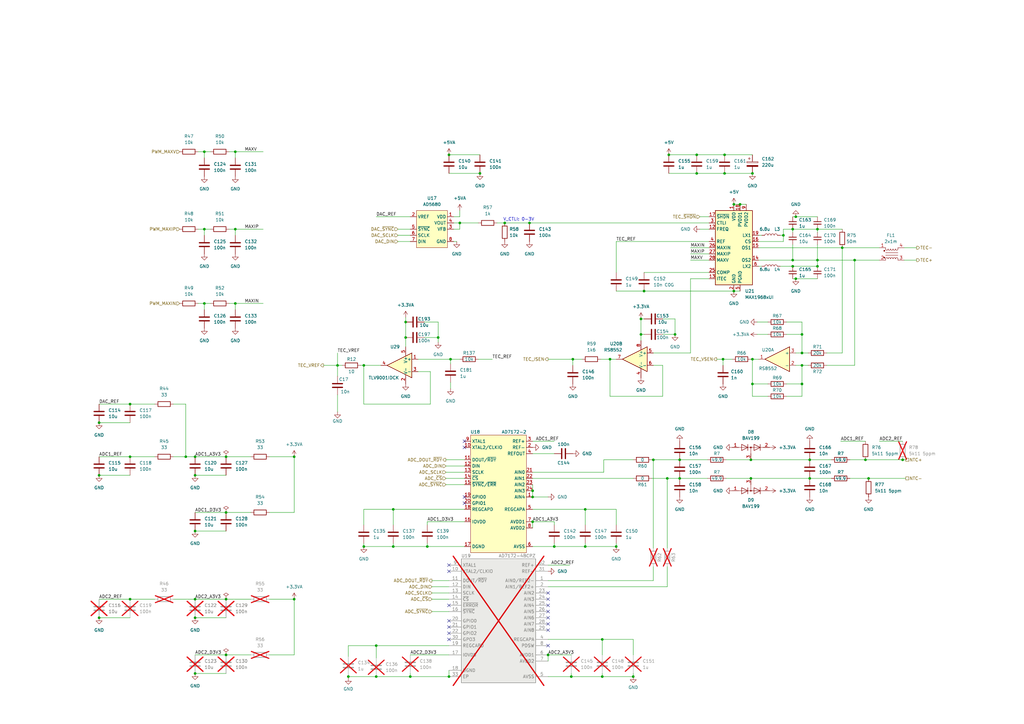
<source format=kicad_sch>
(kicad_sch (version 20230121) (generator eeschema)
  (paper "A3")
  (title_block (title "thermostat") (date "2023-11-09") (rev "r0_3") (company "M-Labs Limited") (comment 1 "Linus Woo Chun Kit"))
  (junction (at 300.99 119.38))
  (junction (at 267.97 188.595))
  (junction (at 350.52 106.68))
  (junction (at 297.18 63.5))
  (junction (at 274.32 63.5))
  (junction (at 300.99 83.82))
  (junction (at 188.595 91.44))
  (junction (at 252.73 224.155))
  (junction (at 96.52 62.23))
  (junction (at 53.34 245.745))
  (junction (at 161.29 208.915))
  (junction (at 92.71 268.605))
  (junction (at 166.37 132.08))
  (junction (at 325.12 106.68))
  (junction (at 234.95 147.32))
  (junction (at 83.82 62.23))
  (junction (at 40.64 173.355))
  (junction (at 184.785 147.32))
  (junction (at 80.01 217.805))
  (junction (at 120.65 187.325))
  (junction (at 40.64 253.365))
  (junction (at 120.65 245.745))
  (junction (at 218.44 213.995))
  (junction (at 154.305 277.495))
  (junction (at 328.93 149.86))
  (junction (at 149.225 149.86))
  (junction (at 354.965 188.595))
  (junction (at 296.545 147.32))
  (junction (at 218.44 203.835))
  (junction (at 179.705 138.43))
  (junction (at 184.15 277.495))
  (junction (at 161.29 224.155))
  (junction (at 234.315 277.495))
  (junction (at 308.61 71.12))
  (junction (at 247.015 262.255))
  (junction (at 92.71 210.185))
  (junction (at 325.12 93.98))
  (junction (at 80.01 276.225))
  (junction (at 217.17 91.44))
  (junction (at 262.89 137.16))
  (junction (at 285.75 71.12))
  (junction (at 308.61 157.48))
  (junction (at 259.715 277.495))
  (junction (at 326.39 114.3))
  (junction (at 250.19 147.32))
  (junction (at 92.71 245.745))
  (junction (at 83.82 93.98))
  (junction (at 80.01 187.325))
  (junction (at 83.82 124.46))
  (junction (at 175.26 224.155))
  (junction (at 278.765 188.595))
  (junction (at 80.01 194.945))
  (junction (at 321.31 96.52))
  (junction (at 92.71 187.325))
  (junction (at 53.34 187.325))
  (junction (at 218.44 201.295))
  (junction (at 168.275 277.495))
  (junction (at 80.01 253.365))
  (junction (at 184.15 63.5))
  (junction (at 240.03 224.155))
  (junction (at 335.28 109.22))
  (junction (at 345.44 101.6))
  (junction (at 273.685 196.215))
  (junction (at 278.765 196.215))
  (junction (at 328.93 137.16))
  (junction (at 96.52 93.98))
  (junction (at 227.33 224.155))
  (junction (at 154.305 264.795))
  (junction (at 207.01 91.44))
  (junction (at 96.52 124.46))
  (junction (at 138.43 149.86))
  (junction (at 303.53 83.82))
  (junction (at 40.64 194.945))
  (junction (at 332.105 188.595))
  (junction (at 328.93 157.48))
  (junction (at 307.975 188.595))
  (junction (at 325.12 109.22))
  (junction (at 196.85 71.12))
  (junction (at 356.235 196.215))
  (junction (at 262.89 130.81))
  (junction (at 240.03 208.915))
  (junction (at 307.975 196.215))
  (junction (at 328.93 144.78))
  (junction (at 370.205 188.595))
  (junction (at 149.225 224.155))
  (junction (at 264.16 119.38))
  (junction (at 76.2 187.325))
  (junction (at 80.01 245.745))
  (junction (at 335.28 93.98))
  (junction (at 276.86 137.16))
  (junction (at 142.875 277.495))
  (junction (at 308.61 147.32))
  (junction (at 285.75 63.5))
  (junction (at 297.18 71.12))
  (junction (at 335.28 106.68))
  (junction (at 332.105 196.215))
  (junction (at 166.37 138.43))
  (junction (at 224.79 268.605))
  (junction (at 53.34 165.735))
  (junction (at 326.39 88.9))
  (junction (at 247.015 277.495))
  (no_connect (at 190.5 180.975))
  (no_connect (at 184.15 248.285))
  (no_connect (at 190.5 183.515))
  (no_connect (at 190.5 203.835))
  (no_connect (at 190.5 206.375))
  (no_connect (at 224.79 243.205))
  (no_connect (at 224.79 250.825))
  (no_connect (at 184.15 234.315))
  (no_connect (at 184.15 231.775))
  (no_connect (at 224.79 264.795))
  (no_connect (at 184.15 262.255))
  (no_connect (at 224.79 255.905))
  (no_connect (at 184.15 257.175))
  (no_connect (at 184.15 259.715))
  (no_connect (at 224.79 248.285))
  (no_connect (at 224.79 253.365))
  (no_connect (at 184.15 254.635))
  (no_connect (at 224.79 258.445))
  (no_connect (at 224.79 245.745))
  (wire (pts (xy 320.04 96.52) (xy 321.31 96.52)))
  (wire (pts (xy 80.01 276.225) (xy 92.71 276.225)))
  (wire (pts (xy 274.32 63.5) (xy 285.75 63.5)))
  (wire (pts (xy 328.93 144.78) (xy 331.47 144.78)))
  (wire (pts (xy 218.44 201.295) (xy 218.44 203.835)))
  (wire (pts (xy 218.44 213.995) (xy 227.33 213.995)))
  (wire (pts (xy 224.79 147.32) (xy 234.95 147.32)))
  (wire (pts (xy 207.01 91.44) (xy 217.17 91.44)))
  (wire (pts (xy 40.64 245.745) (xy 53.34 245.745)))
  (wire (pts (xy 308.61 147.32) (xy 311.15 147.32)))
  (wire (pts (xy 196.215 147.32) (xy 201.93 147.32)))
  (wire (pts (xy 40.64 194.945) (xy 53.34 194.945)))
  (wire (pts (xy 252.73 111.76) (xy 252.73 99.06)))
  (wire (pts (xy 142.875 277.495) (xy 142.875 278.13)))
  (wire (pts (xy 182.88 198.755) (xy 190.5 198.755)))
  (wire (pts (xy 40.64 165.735) (xy 53.34 165.735)))
  (wire (pts (xy 328.93 149.86) (xy 331.47 149.86)))
  (wire (pts (xy 92.71 268.605) (xy 102.87 268.605)))
  (wire (pts (xy 182.88 191.135) (xy 190.5 191.135)))
  (wire (pts (xy 175.26 213.995) (xy 190.5 213.995)))
  (wire (pts (xy 252.73 119.38) (xy 264.16 119.38)))
  (wire (pts (xy 224.79 268.605) (xy 224.79 271.145)))
  (wire (pts (xy 53.34 245.745) (xy 63.5 245.745)))
  (wire (pts (xy 252.73 208.915) (xy 252.73 215.265)))
  (wire (pts (xy 278.765 196.215) (xy 290.195 196.215)))
  (wire (pts (xy 149.225 215.265) (xy 149.225 208.915)))
  (wire (pts (xy 110.49 187.325) (xy 120.65 187.325)))
  (wire (pts (xy 92.71 210.185) (xy 102.87 210.185)))
  (wire (pts (xy 310.515 132.08) (xy 314.96 132.08)))
  (wire (pts (xy 278.765 188.595) (xy 290.195 188.595)))
  (wire (pts (xy 186.055 93.98) (xy 188.595 93.98)))
  (wire (pts (xy 325.12 106.68) (xy 335.28 106.68)))
  (wire (pts (xy 297.18 63.5) (xy 308.61 63.5)))
  (wire (pts (xy 250.19 147.32) (xy 252.73 147.32)))
  (wire (pts (xy 285.75 71.12) (xy 297.18 71.12)))
  (wire (pts (xy 296.545 147.32) (xy 300.355 147.32)))
  (wire (pts (xy 332.105 188.595) (xy 340.995 188.595)))
  (wire (pts (xy 264.16 119.38) (xy 300.99 119.38)))
  (wire (pts (xy 163.195 99.06) (xy 168.275 99.06)))
  (wire (pts (xy 322.58 157.48) (xy 328.93 157.48)))
  (wire (pts (xy 177.165 245.745) (xy 184.15 245.745)))
  (wire (pts (xy 80.01 253.365) (xy 92.71 253.365)))
  (wire (pts (xy 71.12 245.745) (xy 80.01 245.745)))
  (wire (pts (xy 166.37 138.43) (xy 166.37 142.24)))
  (wire (pts (xy 227.33 213.995) (xy 227.33 215.265)))
  (wire (pts (xy 83.82 93.98) (xy 86.36 93.98)))
  (wire (pts (xy 339.09 144.78) (xy 345.44 144.78)))
  (wire (pts (xy 271.78 162.56) (xy 271.78 149.86)))
  (wire (pts (xy 184.15 63.5) (xy 196.85 63.5)))
  (wire (pts (xy 218.44 208.915) (xy 240.03 208.915)))
  (wire (pts (xy 218.44 213.995) (xy 218.44 216.535)))
  (wire (pts (xy 149.225 208.915) (xy 161.29 208.915)))
  (wire (pts (xy 179.705 132.08) (xy 179.705 138.43)))
  (wire (pts (xy 184.785 149.225) (xy 184.785 147.32)))
  (wire (pts (xy 149.225 224.155) (xy 161.29 224.155)))
  (wire (pts (xy 247.015 277.495) (xy 259.715 277.495)))
  (wire (pts (xy 321.31 93.98) (xy 325.12 93.98)))
  (wire (pts (xy 350.52 106.68) (xy 350.52 149.86)))
  (wire (pts (xy 186.055 99.06) (xy 187.325 99.06)))
  (wire (pts (xy 171.45 147.32) (xy 184.785 147.32)))
  (wire (pts (xy 142.875 277.495) (xy 154.305 277.495)))
  (wire (pts (xy 96.52 124.46) (xy 96.52 127)))
  (wire (pts (xy 154.305 264.795) (xy 154.305 269.875)))
  (wire (pts (xy 325.12 109.22) (xy 335.28 109.22)))
  (wire (pts (xy 287.02 88.9) (xy 290.83 88.9)))
  (wire (pts (xy 283.21 101.6) (xy 290.83 101.6)))
  (wire (pts (xy 163.195 96.52) (xy 168.275 96.52)))
  (wire (pts (xy 271.78 149.86) (xy 267.97 149.86)))
  (wire (pts (xy 182.88 188.595) (xy 190.5 188.595)))
  (wire (pts (xy 262.89 137.16) (xy 262.89 139.7)))
  (wire (pts (xy 345.44 101.6) (xy 345.44 144.78)))
  (wire (pts (xy 326.39 144.78) (xy 328.93 144.78)))
  (wire (pts (xy 283.21 144.78) (xy 267.97 144.78)))
  (wire (pts (xy 247.65 193.675) (xy 247.65 188.595)))
  (wire (pts (xy 184.15 71.12) (xy 196.85 71.12)))
  (wire (pts (xy 311.15 101.6) (xy 345.44 101.6)))
  (wire (pts (xy 234.95 149.86) (xy 234.95 147.32)))
  (wire (pts (xy 96.52 124.46) (xy 107.95 124.46)))
  (wire (pts (xy 149.225 165.735) (xy 149.225 149.86)))
  (wire (pts (xy 240.03 208.915) (xy 252.73 208.915)))
  (wire (pts (xy 234.315 276.225) (xy 234.315 277.495)))
  (wire (pts (xy 267.97 232.41) (xy 267.97 238.125)))
  (wire (pts (xy 335.28 106.68) (xy 350.52 106.68)))
  (wire (pts (xy 182.88 193.675) (xy 190.5 193.675)))
  (wire (pts (xy 325.12 95.25) (xy 325.12 93.98)))
  (wire (pts (xy 154.305 264.795) (xy 184.15 264.795)))
  (wire (pts (xy 176.53 152.4) (xy 176.53 165.735)))
  (wire (pts (xy 348.615 196.215) (xy 356.235 196.215)))
  (wire (pts (xy 120.65 268.605) (xy 120.65 245.745)))
  (wire (pts (xy 186.055 88.9) (xy 188.595 88.9)))
  (wire (pts (xy 335.28 100.33) (xy 335.28 106.68)))
  (wire (pts (xy 224.79 277.495) (xy 234.315 277.495)))
  (wire (pts (xy 93.98 93.98) (xy 96.52 93.98)))
  (wire (pts (xy 264.16 130.81) (xy 262.89 130.81)))
  (wire (pts (xy 325.12 88.9) (xy 326.39 88.9)))
  (wire (pts (xy 250.19 162.56) (xy 271.78 162.56)))
  (wire (pts (xy 322.58 132.08) (xy 328.93 132.08)))
  (wire (pts (xy 273.685 232.41) (xy 273.685 240.665)))
  (wire (pts (xy 83.82 62.23) (xy 83.82 64.77)))
  (wire (pts (xy 161.29 222.885) (xy 161.29 224.155)))
  (wire (pts (xy 166.37 132.08) (xy 166.37 138.43)))
  (wire (pts (xy 80.01 217.805) (xy 92.71 217.805)))
  (wire (pts (xy 307.975 196.215) (xy 332.105 196.215)))
  (wire (pts (xy 264.16 111.76) (xy 290.83 111.76)))
  (wire (pts (xy 247.015 262.255) (xy 259.715 262.255)))
  (wire (pts (xy 154.305 88.9) (xy 168.275 88.9)))
  (wire (pts (xy 246.38 147.32) (xy 250.19 147.32)))
  (wire (pts (xy 247.015 276.225) (xy 247.015 277.495)))
  (wire (pts (xy 267.97 188.595) (xy 267.97 224.79)))
  (wire (pts (xy 53.34 187.325) (xy 63.5 187.325)))
  (wire (pts (xy 240.03 222.885) (xy 240.03 224.155)))
  (wire (pts (xy 138.43 161.925) (xy 138.43 168.91)))
  (wire (pts (xy 110.49 268.605) (xy 120.65 268.605)))
  (wire (pts (xy 177.165 240.665) (xy 184.15 240.665)))
  (wire (pts (xy 370.84 101.6) (xy 375.92 101.6)))
  (wire (pts (xy 188.595 88.9) (xy 188.595 86.36)))
  (wire (pts (xy 311.15 106.68) (xy 325.12 106.68)))
  (wire (pts (xy 325.12 100.33) (xy 325.12 106.68)))
  (wire (pts (xy 234.95 147.32) (xy 238.76 147.32)))
  (wire (pts (xy 40.64 187.325) (xy 53.34 187.325)))
  (wire (pts (xy 177.165 250.825) (xy 184.15 250.825)))
  (wire (pts (xy 247.65 188.595) (xy 259.715 188.595)))
  (wire (pts (xy 83.82 124.46) (xy 83.82 127)))
  (wire (pts (xy 328.93 137.16) (xy 328.93 144.78)))
  (wire (pts (xy 175.26 224.155) (xy 190.5 224.155)))
  (wire (pts (xy 168.275 268.605) (xy 184.15 268.605)))
  (wire (pts (xy 177.165 243.205) (xy 184.15 243.205)))
  (wire (pts (xy 92.71 187.325) (xy 102.87 187.325)))
  (wire (pts (xy 218.44 186.055) (xy 227.33 186.055)))
  (wire (pts (xy 110.49 245.745) (xy 120.65 245.745)))
  (wire (pts (xy 247.015 262.255) (xy 247.015 268.605)))
  (wire (pts (xy 92.71 245.745) (xy 102.87 245.745)))
  (wire (pts (xy 360.68 180.975) (xy 370.205 180.975)))
  (wire (pts (xy 311.15 99.06) (xy 321.31 99.06)))
  (wire (pts (xy 267.97 188.595) (xy 278.765 188.595)))
  (wire (pts (xy 297.815 196.215) (xy 307.975 196.215)))
  (wire (pts (xy 142.875 264.795) (xy 142.875 269.24)))
  (wire (pts (xy 80.01 268.605) (xy 92.71 268.605)))
  (wire (pts (xy 96.52 93.98) (xy 96.52 96.52)))
  (wire (pts (xy 326.39 149.86) (xy 328.93 149.86)))
  (wire (pts (xy 308.61 157.48) (xy 308.61 162.56)))
  (wire (pts (xy 53.34 165.735) (xy 63.5 165.735)))
  (wire (pts (xy 370.205 188.595) (xy 371.475 188.595)))
  (wire (pts (xy 71.12 165.735) (xy 76.2 165.735)))
  (wire (pts (xy 132.715 149.86) (xy 138.43 149.86)))
  (wire (pts (xy 326.39 114.3) (xy 335.28 114.3)))
  (wire (pts (xy 325.12 114.3) (xy 326.39 114.3)))
  (wire (pts (xy 76.2 165.735) (xy 76.2 187.325)))
  (wire (pts (xy 218.44 203.835) (xy 224.79 203.835)))
  (wire (pts (xy 273.685 240.665) (xy 224.79 240.665)))
  (wire (pts (xy 154.305 277.495) (xy 168.275 277.495)))
  (wire (pts (xy 247.65 193.675) (xy 218.44 193.675)))
  (wire (pts (xy 252.73 222.885) (xy 252.73 224.155)))
  (wire (pts (xy 186.055 91.44) (xy 188.595 91.44)))
  (wire (pts (xy 328.93 162.56) (xy 328.93 157.48)))
  (wire (pts (xy 110.49 210.185) (xy 120.65 210.185)))
  (wire (pts (xy 83.82 93.98) (xy 83.82 96.52)))
  (wire (pts (xy 93.98 62.23) (xy 96.52 62.23)))
  (wire (pts (xy 217.17 91.44) (xy 290.83 91.44)))
  (wire (pts (xy 310.515 137.16) (xy 314.96 137.16)))
  (wire (pts (xy 287.02 93.98) (xy 290.83 93.98)))
  (wire (pts (xy 322.58 137.16) (xy 328.93 137.16)))
  (wire (pts (xy 80.01 194.945) (xy 92.71 194.945)))
  (wire (pts (xy 177.165 238.125) (xy 184.15 238.125)))
  (wire (pts (xy 184.15 274.955) (xy 184.15 277.495)))
  (wire (pts (xy 276.86 130.81) (xy 276.86 137.16)))
  (wire (pts (xy 188.595 93.98) (xy 188.595 91.44)))
  (wire (pts (xy 218.44 180.975) (xy 227.33 180.975)))
  (wire (pts (xy 184.785 147.32) (xy 188.595 147.32)))
  (wire (pts (xy 322.58 162.56) (xy 328.93 162.56)))
  (wire (pts (xy 328.93 132.08) (xy 328.93 137.16)))
  (wire (pts (xy 40.64 173.355) (xy 53.34 173.355)))
  (wire (pts (xy 163.195 93.98) (xy 168.275 93.98)))
  (wire (pts (xy 138.43 149.86) (xy 140.335 149.86)))
  (wire (pts (xy 81.28 93.98) (xy 83.82 93.98)))
  (wire (pts (xy 80.01 187.325) (xy 92.71 187.325)))
  (wire (pts (xy 273.685 196.215) (xy 273.685 224.79)))
  (wire (pts (xy 273.685 196.215) (xy 278.765 196.215)))
  (wire (pts (xy 335.28 95.25) (xy 335.28 93.98)))
  (wire (pts (xy 96.52 62.23) (xy 107.95 62.23)))
  (wire (pts (xy 173.99 132.08) (xy 179.705 132.08)))
  (wire (pts (xy 321.31 99.06) (xy 321.31 96.52)))
  (wire (pts (xy 175.26 222.885) (xy 175.26 224.155)))
  (wire (pts (xy 218.44 198.755) (xy 218.44 201.295)))
  (wire (pts (xy 76.2 187.325) (xy 80.01 187.325)))
  (wire (pts (xy 344.805 180.975) (xy 354.965 180.975)))
  (wire (pts (xy 120.65 210.185) (xy 120.65 187.325)))
  (wire (pts (xy 224.79 268.605) (xy 234.315 268.605)))
  (wire (pts (xy 224.79 262.255) (xy 247.015 262.255)))
  (wire (pts (xy 218.44 196.215) (xy 259.715 196.215)))
  (wire (pts (xy 271.78 137.16) (xy 276.86 137.16)))
  (wire (pts (xy 311.15 96.52) (xy 312.42 96.52)))
  (wire (pts (xy 283.21 114.3) (xy 290.83 114.3)))
  (wire (pts (xy 348.615 188.595) (xy 354.965 188.595)))
  (wire (pts (xy 96.52 93.98) (xy 107.95 93.98)))
  (wire (pts (xy 81.28 62.23) (xy 83.82 62.23)))
  (wire (pts (xy 240.03 208.915) (xy 240.03 215.265)))
  (wire (pts (xy 264.16 137.16) (xy 262.89 137.16)))
  (wire (pts (xy 321.31 96.52) (xy 321.31 93.98)))
  (wire (pts (xy 335.28 106.68) (xy 335.28 109.22)))
  (wire (pts (xy 203.835 91.44) (xy 207.01 91.44)))
  (wire (pts (xy 332.105 196.215) (xy 340.995 196.215)))
  (wire (pts (xy 335.28 93.98) (xy 345.44 93.98)))
  (wire (pts (xy 274.32 71.12) (xy 285.75 71.12)))
  (wire (pts (xy 267.335 188.595) (xy 267.97 188.595)))
  (wire (pts (xy 262.89 130.81) (xy 262.89 137.16)))
  (wire (pts (xy 168.275 277.495) (xy 184.15 277.495)))
  (wire (pts (xy 176.53 165.735) (xy 149.225 165.735)))
  (wire (pts (xy 250.19 147.32) (xy 250.19 162.56)))
  (wire (pts (xy 356.235 196.215) (xy 371.475 196.215)))
  (wire (pts (xy 285.75 63.5) (xy 297.18 63.5)))
  (wire (pts (xy 182.88 196.215) (xy 190.5 196.215)))
  (wire (pts (xy 307.975 188.595) (xy 332.105 188.595)))
  (wire (pts (xy 168.275 277.495) (xy 168.275 276.225)))
  (wire (pts (xy 81.28 124.46) (xy 83.82 124.46)))
  (wire (pts (xy 300.99 83.82) (xy 303.53 83.82)))
  (wire (pts (xy 184.785 159.385) (xy 184.785 156.845)))
  (wire (pts (xy 83.82 124.46) (xy 86.36 124.46)))
  (wire (pts (xy 350.52 106.68) (xy 360.68 106.68)))
  (wire (pts (xy 297.815 188.595) (xy 307.975 188.595)))
  (wire (pts (xy 283.21 114.3) (xy 283.21 144.78)))
  (wire (pts (xy 138.43 149.86) (xy 138.43 144.78)))
  (wire (pts (xy 80.01 210.185) (xy 92.71 210.185)))
  (wire (pts (xy 294.005 147.32) (xy 296.545 147.32)))
  (wire (pts (xy 96.52 62.23) (xy 96.52 64.77)))
  (wire (pts (xy 345.44 101.6) (xy 360.68 101.6)))
  (wire (pts (xy 370.84 106.68) (xy 375.92 106.68)))
  (wire (pts (xy 252.73 99.06) (xy 290.83 99.06)))
  (wire (pts (xy 166.37 130.175) (xy 166.37 132.08)))
  (wire (pts (xy 328.93 157.48) (xy 328.93 149.86)))
  (wire (pts (xy 314.96 157.48) (xy 308.61 157.48)))
  (wire (pts (xy 93.98 124.46) (xy 96.52 124.46)))
  (wire (pts (xy 259.715 276.225) (xy 259.715 277.495)))
  (wire (pts (xy 267.97 238.125) (xy 224.79 238.125)))
  (wire (pts (xy 227.33 222.885) (xy 227.33 224.155)))
  (wire (pts (xy 80.01 245.745) (xy 92.71 245.745)))
  (wire (pts (xy 171.45 152.4) (xy 176.53 152.4)))
  (wire (pts (xy 218.44 224.155) (xy 227.33 224.155)))
  (wire (pts (xy 300.99 119.38) (xy 303.53 119.38)))
  (wire (pts (xy 307.975 147.32) (xy 308.61 147.32)))
  (wire (pts (xy 179.705 138.43) (xy 173.99 138.43)))
  (wire (pts (xy 71.12 187.325) (xy 76.2 187.325)))
  (wire (pts (xy 296.545 149.86) (xy 296.545 147.32)))
  (wire (pts (xy 161.29 224.155) (xy 175.26 224.155)))
  (wire (pts (xy 308.61 157.48) (xy 308.61 147.32)))
  (wire (pts (xy 303.53 83.82) (xy 306.07 83.82)))
  (wire (pts (xy 271.78 130.81) (xy 276.86 130.81)))
  (wire (pts (xy 224.79 231.775) (xy 233.68 231.775)))
  (wire (pts (xy 188.595 91.44) (xy 196.215 91.44)))
  (wire (pts (xy 149.225 149.86) (xy 156.21 149.86)))
  (wire (pts (xy 308.61 162.56) (xy 314.96 162.56)))
  (wire (pts (xy 83.82 62.23) (xy 86.36 62.23)))
  (wire (pts (xy 354.965 188.595) (xy 370.205 188.595)))
  (wire (pts (xy 161.29 208.915) (xy 161.29 215.265)))
  (wire (pts (xy 326.39 88.9) (xy 335.28 88.9)))
  (wire (pts (xy 234.315 277.495) (xy 247.015 277.495)))
  (wire (pts (xy 40.64 253.365) (xy 53.34 253.365)))
  (wire (pts (xy 311.15 109.22) (xy 312.42 109.22)))
  (wire (pts (xy 227.33 224.155) (xy 240.03 224.155)))
  (wire (pts (xy 320.04 109.22) (xy 325.12 109.22)))
  (wire (pts (xy 339.09 149.86) (xy 350.52 149.86)))
  (wire (pts (xy 297.18 71.12) (xy 308.61 71.12)))
  (wire (pts (xy 267.335 196.215) (xy 273.685 196.215)))
  (wire (pts (xy 161.29 208.915) (xy 190.5 208.915)))
  (wire (pts (xy 283.21 104.14) (xy 290.83 104.14)))
  (wire (pts (xy 283.21 106.68) (xy 290.83 106.68)))
  (wire (pts (xy 240.03 224.155) (xy 252.73 224.155)))
  (wire (pts (xy 142.875 276.86) (xy 142.875 277.495)))
  (wire (pts (xy 138.43 154.305) (xy 138.43 149.86)))
  (wire (pts (xy 179.705 140.335) (xy 179.705 138.43)))
  (wire (pts (xy 149.225 222.885) (xy 149.225 224.155)))
  (wire (pts (xy 154.305 264.795) (xy 142.875 264.795)))
  (wire (pts (xy 147.955 149.86) (xy 149.225 149.86)))
  (wire (pts (xy 259.715 262.255) (xy 259.715 268.605)))
  (wire (pts (xy 325.12 93.98) (xy 335.28 93.98)))
  (wire (pts (xy 175.26 213.995) (xy 175.26 215.265)))
  (text "V_CTLI: 0-3V" (at 206.375 90.805 0) (effects (font (size 1.27 1.27)) (justify left bottom)))
  (label "DAC_REF" (at 154.305 88.9 0))
  (label "TEC_VREF" (at 138.43 144.78 0))
  (label "ADC1_D3V3" (at 175.26 213.995 0))
  (label "MAXV" (at 100.33 62.23 0))
  (label "MAXIN" (at 100.33 124.46 0))
  (label "ADC2_D3V3" (at 80.01 268.605 0))
  (label "ADC2_REF" (at 40.64 245.745 0))
  (label "ADC1_REF" (at 40.64 187.325 0))
  (label "ADC2_A3V3" (at 80.01 245.745 0))
  (label "MAXIN" (at 283.21 101.6 0))
  (label "ADC1_A3V3" (at 80.01 187.325 0))
  (label "MAXV" (at 283.21 106.68 0))
  (label "DAC_REF" (at 40.64 165.735 0))
  (label "MAXIP" (at 100.33 93.98 0))
  (label "ADC1_REF" (at 344.805 180.975 0))
  (label "ADC1_D3V3" (at 80.01 210.185 0))
  (label "ADC1_REF" (at 219.71 180.975 0))
  (label "ADC1_A3V3" (at 218.44 213.995 0))
  (label "ADC2_A3V3" (at 224.79 268.605 0))
  (label "MAXIP" (at 283.21 104.14 0))
  (label "TEC_REF" (at 201.93 147.32 0))
  (label "TEC_REF" (at 252.73 99.06 0))
  (label "ADC2_REF" (at 360.68 180.975 0))
  (label "ADC2_D3V3" (at 168.275 268.605 0))
  (label "ADC2_REF" (at 226.06 231.775 0))
  (hierarchical_label "ADC_DOUT_~{RDY}" (shape output) (at 182.88 188.595 180))
  (hierarchical_label "TEC+" (shape output) (at 375.92 106.68 0))
  (hierarchical_label "PWM_MAXIP" (shape input) (at 73.66 93.98 180))
  (hierarchical_label "DAC_DIN" (shape input) (at 163.195 99.06 180))
  (hierarchical_label "TEC_VREF" (shape output) (at 132.715 149.86 180))
  (hierarchical_label "PWM_MAXIN" (shape input) (at 73.66 124.46 180))
  (hierarchical_label "ADC_~{SYNC}" (shape input) (at 177.165 250.825 180))
  (hierarchical_label "TEC_~{SHDN}" (shape input) (at 287.02 88.9 180))
  (hierarchical_label "DAC_SCLK" (shape input) (at 163.195 96.52 180))
  (hierarchical_label "ADC_~{CS}" (shape input) (at 177.165 245.745 180))
  (hierarchical_label "TEC_ISEN" (shape output) (at 224.79 147.32 180))
  (hierarchical_label "ADC_~{CS}" (shape input) (at 182.88 196.215 180))
  (hierarchical_label "NTC-" (shape passive) (at 371.475 196.215 0))
  (hierarchical_label "ADC_DIN" (shape input) (at 182.88 191.135 180))
  (hierarchical_label "NTC+" (shape passive) (at 371.475 188.595 0))
  (hierarchical_label "TEC-" (shape output) (at 375.92 101.6 0))
  (hierarchical_label "PWM_MAXV" (shape input) (at 73.66 62.23 180))
  (hierarchical_label "ADC_SCLK" (shape input) (at 182.88 193.675 180))
  (hierarchical_label "ADC_DIN" (shape input) (at 177.165 240.665 180))
  (hierarchical_label "TEC_VSEN" (shape output) (at 294.005 147.32 180))
  (hierarchical_label "ADC_~{SYNC}" (shape input) (at 182.88 198.755 180))
  (hierarchical_label "ADC_DOUT_~{RDY}" (shape output) (at 177.165 238.125 180))
  (hierarchical_label "DAC_~{SYNC}" (shape input) (at 163.195 93.98 180))
  (hierarchical_label "ADC_SCLK" (shape input) (at 177.165 243.205 180))
  (symbol (lib_id "power:GND") (at 80.01 276.225 0) (unit 1)
    (property "Reference" "#PWR0105" (effects hide))
    (property "Value" "GND" (at 80.01 281.305 0))
  )
  (symbol (lib_id "Amplifier_Operational:TLV9001IDCK") (at 166.37 149.86 0) (mirror y) (unit 1)
    (property "Reference" "U29" (at 160.02 142.24 0) (effects (justify right)))
    (property "Value" "TLV9001IDCK" (at 151.13 154.94 0) (effects (justify right)))
    (property "Footprint" "Package_TO_SOT_SMD:SOT-353_SC-70-5" (effects hide))
    (property "Datasheet" "https://www.ti.com/lit/ds/symlink/tlv9001.pdf" (effects hide))
    (property "MRF_PN" "TLV9001QDBVRQ1" (effects hide))
  )
  (symbol (lib_id "power:GND") (at 80.01 194.945 0) (unit 1)
    (property "Reference" "#PWR0102" (effects hide))
    (property "Value" "GND" (at 80.01 200.025 0))
  )
  (symbol (lib_id "Device:R") (at 273.685 228.6 180) (unit 1) (dnp yes)
    (property "Reference" "R63" (at 276.225 228.6 90))
    (property "Value" "0" (at 273.685 228.6 90))
    (property "Footprint" "Resistor_SMD:R_0603_1608Metric" (effects hide))
    (property "MFR_PN" "RMCF0603ZT0R00" (effects hide))
    (property "MFR_PN_ALT" "CR0603-J/-000ELF" (effects hide))
  )
  (symbol (lib_id "Device:C") (at 240.03 219.075 0) (unit 1)
    (property "Reference" "C147" (at 243.84 217.8049 0) (effects (justify left)))
    (property "Value" "100n" (at 243.84 220.3449 0) (effects (justify left)))
    (property "Footprint" "Capacitor_SMD:C_0603_1608Metric" (effects hide))
    (property "MFR_PN" "CL10B104KB8NNWC" (effects hide))
    (property "MFR_PN_ALT" "CL10B104KB8NNNL" (effects hide))
  )
  (symbol (lib_id "Device:C") (at 175.26 219.075 0) (unit 1)
    (property "Reference" "C139" (at 179.07 217.8049 0) (effects (justify left)))
    (property "Value" "100n" (at 179.07 220.3449 0) (effects (justify left)))
    (property "Footprint" "Capacitor_SMD:C_0603_1608Metric" (effects hide))
    (property "MFR_PN" "CL10B104KB8NNWC" (effects hide))
    (property "MFR_PN_ALT" "CL10B104KB8NNNL" (effects hide))
  )
  (symbol (lib_id "kirdy:AD5680") (at 177.165 101.6 0) (unit 1)
    (property "Reference" "U17" (at 177.165 81.28 0))
    (property "Value" "AD5680" (at 177.165 83.82 0))
    (property "Footprint" "Package_TO_SOT_SMD:SOT-23-8" (effects hide))
    (property "Datasheet" "https://www.analog.com/media/en/technical-documentation/data-sheets/ad5680.pdf" (effects hide))
    (property "MFR_PN" "AD5680BRJZ" (effects hide))
  )
  (symbol (lib_id "Device:C") (at 53.34 249.555 0) (unit 1) (dnp yes)
    (property "Reference" "C119" (at 57.15 248.2849 0) (effects (justify left)))
    (property "Value" "100n" (at 57.15 250.8249 0) (effects (justify left)))
    (property "Footprint" "Capacitor_SMD:C_0603_1608Metric" (effects hide))
    (property "MFR_PN" "CL10B104KB8NNWC" (effects hide))
    (property "MFR_PN_ALT" "CL10B104KB8NNNL" (effects hide))
  )
  (symbol (lib_id "power:GND") (at 40.64 194.945 0) (unit 1)
    (property "Reference" "#PWR0100" (effects hide))
    (property "Value" "GND" (at 40.64 200.025 0))
  )
  (symbol (lib_id "power:GND") (at 187.325 99.06 0) (unit 1)
    (property "Reference" "#PWR0118" (effects hide))
    (property "Value" "GND" (at 187.325 104.14 0))
  )
  (symbol (lib_id "Device:C") (at 80.01 213.995 0) (unit 1)
    (property "Reference" "C121" (at 83.82 212.7249 0) (effects (justify left)))
    (property "Value" "10u" (at 83.82 215.2649 0) (effects (justify left)))
    (property "Footprint" "Capacitor_SMD:C_0805_2012Metric" (effects hide))
    (property "MFR_PN" "CL21B106KOQNNNG" (effects hide))
    (property "MFR_PN_ALT" "CL21B106KOQNNNE" (effects hide))
  )
  (symbol (lib_id "Device:R") (at 345.44 97.79 180) (unit 1)
    (property "Reference" "R75" (at 349.25 96.52 0))
    (property "Value" "50m" (at 349.25 99.06 0))
    (property "Footprint" "Resistor_SMD:R_2010_5025Metric" (effects hide))
    (property "MFR_PN" "CRM2010-FX-R050ELF" (effects hide))
    (property "MFR_PN_ALT" "WSL2010R0500FEA18" (effects hide))
  )
  (symbol (lib_id "Device:C") (at 154.305 273.685 0) (unit 1) (dnp yes)
    (property "Reference" "C136" (at 158.115 272.4149 0) (effects (justify left)))
    (property "Value" "100n" (at 158.115 274.9549 0) (effects (justify left)))
    (property "Footprint" "Capacitor_SMD:C_0603_1608Metric" (effects hide))
    (property "MFR_PN" "CL10B104KB8NNWC" (effects hide))
    (property "MFR_PN_ALT" "CL10B104KB8NNNL" (effects hide))
  )
  (symbol (lib_id "Device:C") (at 252.73 219.075 0) (unit 1)
    (property "Reference" "C150" (at 256.54 217.8049 0) (effects (justify left)))
    (property "Value" "1u" (at 256.54 220.3449 0) (effects (justify left)))
    (property "Footprint" "Capacitor_SMD:C_0603_1608Metric" (effects hide))
    (property "MFR_PN" "CL10B105KA8NNNC" (effects hide))
    (property "MFR_PN_ALT" "CGA3E1X7R1E105K080AC" (effects hide))
  )
  (symbol (lib_id "power:+3.3VA") (at 120.65 187.325 0) (unit 1)
    (property "Reference" "#PWR0112" (effects hide))
    (property "Value" "+3.3VA" (at 120.65 182.245 0))
  )
  (symbol (lib_id "power:+5V") (at 274.32 63.5 0) (unit 1)
    (property "Reference" "#PWR0131" (effects hide))
    (property "Value" "+5V" (at 274.32 58.42 0))
  )
  (symbol (lib_id "Device:R") (at 106.68 210.185 90) (unit 1)
    (property "Reference" "R54" (at 106.68 203.835 90))
    (property "Value" "33" (at 106.68 206.375 90))
    (property "Footprint" "Resistor_SMD:R_0603_1608Metric" (effects hide))
    (property "MFR_PN" "RC0603FR-0733RL" (effects hide))
    (property "MFR_PN_ALT" "CRGCQ0603F33R" (effects hide))
  )
  (symbol (lib_id "Device:Filter_EMI_LL_1423") (at 365.76 104.14 0) (mirror x) (unit 1)
    (property "Reference" "FL1" (at 365.379 96.52 0))
    (property "Value" "2x1m" (at 365.379 99.06 0))
    (property "Footprint" "Inductor_SMD:L_CommonModeChoke_Wuerth_WE-SL5" (effects hide))
    (property "MFR_PN" "744273501" (effects hide))
  )
  (symbol (lib_id "Device:R") (at 318.77 132.08 90) (unit 1)
    (property "Reference" "R67" (at 318.77 129.54 90))
    (property "Value" "10k" (at 318.77 132.08 90))
    (property "Footprint" "Resistor_SMD:R_0603_1608Metric" (effects hide))
    (property "MFR_PN" "RNCP0603FTD10K0" (effects hide))
    (property "MFR_PN_ALT" "RMCF0603FT10K0" (effects hide))
  )
  (symbol (lib_id "power:GND") (at 83.82 104.14 0) (unit 1)
    (property "Reference" "#PWR0107" (effects hide))
    (property "Value" "GND" (at 83.82 109.22 0))
  )
  (symbol (lib_id "power:GND") (at 310.515 132.08 270) (unit 1)
    (property "Reference" "#PWR0143" (effects hide))
    (property "Value" "GND" (at 307.34 132.08 90) (effects (justify right)))
  )
  (symbol (lib_id "Device:C") (at 138.43 158.115 180) (unit 1)
    (property "Reference" "C17" (at 140.97 155.575 0))
    (property "Value" "10n" (at 141.605 160.655 0))
    (property "Footprint" "Capacitor_SMD:C_0603_1608Metric" (effects hide))
    (property "MFR_PN" "0603B103K500CT" (effects hide))
    (property "MFR_PN_ALT" "CL10B103KB8NNNC" (effects hide))
    (instances (project "kirdy" (path "" (reference "C17") (unit 1)) (path "" (reference "C83") (unit 1))))
  )
  (symbol (lib_id "Device:R") (at 90.17 62.23 90) (unit 1)
    (property "Reference" "R50" (at 90.17 55.88 90))
    (property "Value" "10k" (at 90.17 58.42 90))
    (property "Footprint" "Resistor_SMD:R_0603_1608Metric" (effects hide))
    (property "MFR_PN" "RNCP0603FTD10K0" (effects hide))
    (property "MFR_PN_ALT" "RMCF0603FT10K0" (effects hide))
  )
  (symbol (lib_id "Device:C") (at 296.545 153.67 0) (unit 1)
    (property "Reference" "C160" (at 299.72 152.4 0) (effects (justify left)))
    (property "Value" "1n" (at 299.72 154.94 0) (effects (justify left)))
    (property "Footprint" "Capacitor_SMD:C_0603_1608Metric" (effects hide))
    (property "MFR_PN" "0603N102G250CT" (effects hide))
  )
  (symbol (lib_id "Device:R") (at 294.005 188.595 270) (unit 1)
    (property "Reference" "R7" (at 294.005 186.055 90))
    (property "Value" "49.9" (at 294.005 188.595 90))
    (property "Footprint" "Resistor_SMD:R_0603_1608Metric" (effects hide))
    (property "MFR_PN" "RT0603DRE0749R9L" (effects hide))
    (instances (project "kirdy" (path "" (reference "R7") (unit 1)) (path "" (reference "R64") (unit 1))))
  )
  (symbol (lib_id "kirdy:RS8552") (at 260.35 147.32 0) (mirror y) (unit 3)
    (property "Reference" "U20" (effects hide))
    (property "Value" "RS8552" (effects hide))
    (property "Footprint" "Package_SO:SOIC-8_3.9x4.9mm_P1.27mm" (effects hide))
    (property "Datasheet" "https://datasheet.lcsc.com/lcsc/2010160333_Jiangsu-RUNIC-Tech-RS8554XP_C236997.pdf" (effects hide))
    (property "MFR_PN" "RS8552XK" (effects hide))
  )
  (symbol (lib_id "power:GND") (at 308.61 71.12 0) (unit 1)
    (property "Reference" "#PWR0141" (effects hide))
    (property "Value" "GND" (at 308.61 76.2 0))
  )
  (symbol (lib_id "Device:R") (at 294.005 196.215 270) (unit 1)
    (property "Reference" "R7" (at 294.005 193.675 90))
    (property "Value" "49.9" (at 294.005 196.215 90))
    (property "Footprint" "Resistor_SMD:R_0603_1608Metric" (effects hide))
    (property "MFR_PN" "RT0603DRE0749R9L" (effects hide))
    (instances (project "kirdy" (path "" (reference "R7") (unit 1)) (path "" (reference "R65") (unit 1))))
  )
  (symbol (lib_id "Device:R") (at 106.68 245.745 90) (unit 1) (dnp yes)
    (property "Reference" "R55" (at 106.68 239.395 90))
    (property "Value" "33" (at 106.68 241.935 90))
    (property "Footprint" "Resistor_SMD:R_0603_1608Metric" (effects hide))
    (property "MFR_PN" "RC0603FR-0733RL" (effects hide))
    (property "MFR_PN_ALT" "CRGCQ0603F33R" (effects hide))
  )
  (symbol (lib_id "kirdy:AD7172-2") (at 204.47 205.105 0) (mirror y) (unit 1)
    (property "Reference" "U18" (at 194.945 177.165 0))
    (property "Value" "AD7172-2" (at 210.82 177.165 0))
    (property "Footprint" "Package_SO:TSSOP-24_4.4x7.8mm_P0.65mm" (effects hide))
    (property "Datasheet" "https://www.analog.com/media/en/technical-documentation/data-sheets/ad7172-2.pdf" (effects hide))
    (property "MFR_PN" "AD7172-2BRUZ" (effects hide))
  )
  (symbol (lib_id "Device:C") (at 92.71 272.415 0) (unit 1) (dnp yes)
    (property "Reference" "C130" (at 96.52 271.1449 0) (effects (justify left)))
    (property "Value" "100n" (at 96.52 273.6849 0) (effects (justify left)))
    (property "Footprint" "Capacitor_SMD:C_0603_1608Metric" (effects hide))
    (property "MFR_PN" "CL10B104KB8NNWC" (effects hide))
    (property "MFR_PN_ALT" "CL10B104KB8NNNL" (effects hide))
  )
  (symbol (lib_id "Device:C") (at 92.71 191.135 0) (unit 1)
    (property "Reference" "C127" (at 96.52 189.8649 0) (effects (justify left)))
    (property "Value" "100n" (at 96.52 192.4049 0) (effects (justify left)))
    (property "Footprint" "Capacitor_SMD:C_0603_1608Metric" (effects hide))
    (property "MFR_PN" "CL10B104KB8NNWC" (effects hide))
    (property "MFR_PN_ALT" "CL10B104KB8NNNL" (effects hide))
  )
  (symbol (lib_id "power:GND") (at 83.82 134.62 0) (unit 1)
    (property "Reference" "#PWR0108" (effects hide))
    (property "Value" "GND" (at 83.82 139.7 0))
  )
  (symbol (lib_id "Device:L") (at 316.23 109.22 90) (unit 1)
    (property "Reference" "L4" (at 318.77 110.49 90))
    (property "Value" "6.8u" (at 313.69 110.49 90))
    (property "Footprint" "Inductor_SMD:L_Wuerth_MAPI-4030" (effects hide))
    (property "MFR_PN" "74438357068" (effects hide))
  )
  (symbol (lib_id "power:GND") (at 234.95 186.055 90) (unit 1)
    (property "Reference" "#PWR0126" (effects hide))
    (property "Value" "GND" (at 238.76 186.0549 90) (effects (justify right)))
  )
  (symbol (lib_id "Device:R") (at 77.47 93.98 90) (unit 1)
    (property "Reference" "R48" (at 77.47 87.63 90))
    (property "Value" "10k" (at 77.47 90.17 90))
    (property "Footprint" "Resistor_SMD:R_0603_1608Metric" (effects hide))
    (property "MFR_PN" "RNCP0603FTD10K0" (effects hide))
    (property "MFR_PN_ALT" "RMCF0603FT10K0" (effects hide))
  )
  (symbol (lib_id "Device:C") (at 40.64 191.135 0) (unit 1)
    (property "Reference" "C115" (at 44.45 189.8649 0) (effects (justify left)))
    (property "Value" "10u" (at 44.45 192.4049 0) (effects (justify left)))
    (property "Footprint" "Capacitor_SMD:C_0805_2012Metric" (effects hide))
    (property "MFR_PN" "CL21B106KOQNNNG" (effects hide))
    (property "MFR_PN_ALT" "CL21B106KOQNNNE" (effects hide))
  )
  (symbol (lib_id "Device:C") (at 278.765 192.405 0) (unit 1)
    (property "Reference" "C157" (at 282.575 191.1349 0) (effects (justify left)))
    (property "Value" "100n" (at 282.575 193.6749 0) (effects (justify left)))
    (property "Footprint" "Capacitor_SMD:C_0603_1608Metric" (effects hide))
    (property "MFR_PN" "CL10B104KB8NNWC" (effects hide))
    (property "MFR_PN_ALT" "CL10B104KB8NNNL" (effects hide))
  )
  (symbol (lib_id "power:GND") (at 96.52 72.39 0) (unit 1)
    (property "Reference" "#PWR0109" (effects hide))
    (property "Value" "GND" (at 96.52 77.47 0))
  )
  (symbol (lib_id "Device:C") (at 297.18 67.31 0) (unit 1)
    (property "Reference" "C161" (at 300.99 66.0399 0) (effects (justify left)))
    (property "Value" "1u" (at 300.99 68.5799 0) (effects (justify left)))
    (property "Footprint" "Capacitor_SMD:C_0603_1608Metric" (effects hide))
    (property "MFR_PN" "CL10B105KA8NNNC" (effects hide))
    (property "MFR_PN_ALT" "CGA3E1X7R1E105K080AC" (effects hide))
  )
  (symbol (lib_id "Device:C") (at 285.75 67.31 0) (unit 1)
    (property "Reference" "C159" (at 289.56 66.0399 0) (effects (justify left)))
    (property "Value" "1u" (at 289.56 68.5799 0) (effects (justify left)))
    (property "Footprint" "Capacitor_SMD:C_0603_1608Metric" (effects hide))
    (property "MFR_PN" "CL10B105KA8NNNC" (effects hide))
    (property "MFR_PN_ALT" "CGA3E1X7R1E105K080AC" (effects hide))
  )
  (symbol (lib_id "Device:C") (at 40.64 169.545 0) (unit 1)
    (property "Reference" "C114" (at 44.45 168.2749 0) (effects (justify left)))
    (property "Value" "10u" (at 44.45 170.8149 0) (effects (justify left)))
    (property "Footprint" "Capacitor_SMD:C_0805_2012Metric" (effects hide))
    (property "MFR_PN" "CL21B106KOQNNNG" (effects hide))
    (property "MFR_PN_ALT" "CL21B106KOQNNNE" (effects hide))
  )
  (symbol (lib_id "Device:C") (at 267.97 137.16 90) (unit 1)
    (property "Reference" "C154" (at 271.78 135.89 90))
    (property "Value" "100n" (at 271.78 138.43 90))
    (property "Footprint" "Capacitor_SMD:C_0603_1608Metric" (effects hide))
    (property "MFR_PN" "CL10B104KB8NNWC" (effects hide))
    (property "MFR_PN_ALT" "CL10B104KB8NNNL" (effects hide))
  )
  (symbol (lib_id "Device:R") (at 67.31 245.745 90) (unit 1) (dnp yes)
    (property "Reference" "R46" (at 67.31 239.395 90))
    (property "Value" "33" (at 67.31 241.935 90))
    (property "Footprint" "Resistor_SMD:R_0603_1608Metric" (effects hide))
    (property "MFR_PN" "RC0603FR-0733RL" (effects hide))
    (property "MFR_PN_ALT" "CRGCQ0603F33R" (effects hide))
  )
  (symbol (lib_id "Device:C_Small") (at 325.12 97.79 0) (unit 1)
    (property "Reference" "C164" (at 327.66 96.5262 0) (effects (justify left)))
    (property "Value" "10u" (at 327.66 99.0662 0) (effects (justify left)))
    (property "Footprint" "Capacitor_SMD:C_0805_2012Metric" (effects hide))
    (property "MFR_PN" "CL21B106KOQNNNG" (effects hide))
    (property "MFR_PN_ALT" "CL21B106KOQNNNE" (effects hide))
  )
  (symbol (lib_id "power:GND") (at 224.79 203.835 90) (unit 1)
    (property "Reference" "#PWR0122" (effects hide))
    (property "Value" "GND" (at 228.6 203.8349 90) (effects (justify right)))
  )
  (symbol (lib_id "Device:C") (at 96.52 130.81 0) (unit 1)
    (property "Reference" "C133" (at 100.33 129.5399 0) (effects (justify left)))
    (property "Value" "100n" (at 100.33 132.0799 0) (effects (justify left)))
    (property "Footprint" "Capacitor_SMD:C_0603_1608Metric" (effects hide))
    (property "MFR_PN" "CL10B104KB8NNWC" (effects hide))
    (property "MFR_PN_ALT" "CL10B104KB8NNNL" (effects hide))
  )
  (symbol (lib_id "Device:R") (at 242.57 147.32 90) (unit 1)
    (property "Reference" "R59" (at 242.57 140.97 90))
    (property "Value" "1k6" (at 242.57 143.51 90))
    (property "Footprint" "Resistor_SMD:R_0603_1608Metric" (effects hide))
    (property "MFR_PN" "RT0603FRE071K6L" (effects hide))
    (property "MFR_PN_ALT" "RMCF0603FT1K60" (effects hide))
  )
  (symbol (lib_id "Device:R") (at 90.17 93.98 90) (unit 1)
    (property "Reference" "R51" (at 90.17 87.63 90))
    (property "Value" "10k" (at 90.17 90.17 90))
    (property "Footprint" "Resistor_SMD:R_0603_1608Metric" (effects hide))
    (property "MFR_PN" "RNCP0603FTD10K0" (effects hide))
    (property "MFR_PN_ALT" "RMCF0603FT10K0" (effects hide))
  )
  (symbol (lib_id "Device:R") (at 354.965 184.785 0) (unit 1)
    (property "Reference" "R76" (at 357.505 183.5149 0) (effects (justify left)))
    (property "Value" "5k11 5ppm" (at 357.505 186.0549 0) (effects (justify left)))
    (property "Footprint" "Resistor_SMD:R_0603_1608Metric" (effects hide))
    (property "MFR_PN" "RN73H1JTTD5111A05" (effects hide))
    (property "MFR_PN_ALT" "TNPU06035K11BZEN00" (effects hide))
  )
  (symbol (lib_id "power:GND") (at 166.37 157.48 0) (unit 1)
    (property "Reference" "#PWR0221" (effects hide))
    (property "Value" "GND" (at 166.37 162.56 0))
  )
  (symbol (lib_id "power:+3.3VA") (at 166.37 130.175 0) (unit 1)
    (property "Reference" "#PWR0222" (effects hide))
    (property "Value" "+3.3VA" (at 166.37 125.095 0))
  )
  (symbol (lib_id "power:GND") (at 142.875 278.13 0) (unit 1)
    (property "Reference" "#PWR0114" (effects hide))
    (property "Value" "GND" (at 142.875 282.575 0))
  )
  (symbol (lib_id "power:GND") (at 217.17 99.06 0) (unit 1)
    (property "Reference" "#PWR0124" (effects hide))
    (property "Value" "GND" (at 217.17 104.14 0))
  )
  (symbol (lib_id "Device:C") (at 168.275 272.415 0) (unit 1) (dnp yes)
    (property "Reference" "C138" (at 172.085 271.1449 0) (effects (justify left)))
    (property "Value" "100n" (at 172.085 273.6849 0) (effects (justify left)))
    (property "Footprint" "Capacitor_SMD:C_0603_1608Metric" (effects hide))
    (property "MFR_PN" "CL10B104KB8NNWC" (effects hide))
    (property "MFR_PN_ALT" "CL10B104KB8NNNL" (effects hide))
  )
  (symbol (lib_id "Device:R") (at 344.805 196.215 270) (unit 1)
    (property "Reference" "R7" (at 344.805 193.675 90))
    (property "Value" "49.9" (at 344.805 196.215 90))
    (property "Footprint" "Resistor_SMD:R_0603_1608Metric" (effects hide))
    (property "MFR_PN" "RT0603DRE0749R9L" (effects hide))
    (instances (project "kirdy" (path "" (reference "R7") (unit 1)) (path "" (reference "R74") (unit 1))))
  )
  (symbol (lib_id "Device:R") (at 106.68 268.605 90) (unit 1) (dnp yes)
    (property "Reference" "R56" (at 106.68 262.255 90))
    (property "Value" "33" (at 106.68 264.795 90))
    (property "Footprint" "Resistor_SMD:R_0603_1608Metric" (effects hide))
    (property "MFR_PN" "RC0603FR-0733RL" (effects hide))
    (property "MFR_PN_ALT" "CRGCQ0603F33R" (effects hide))
  )
  (symbol (lib_id "Device:C") (at 332.105 200.025 0) (unit 1)
    (property "Reference" "C168" (at 335.915 198.7549 0) (effects (justify left)))
    (property "Value" "10n" (at 335.915 201.2949 0) (effects (justify left)))
    (property "Footprint" "Capacitor_SMD:C_0603_1608Metric" (effects hide))
    (property "MFR_PN" "0603B103K500CT" (effects hide))
    (property "MFR_PN_ALT" "CL10B103KB8NNNC" (effects hide))
  )
  (symbol (lib_id "power:GND") (at 40.64 253.365 0) (unit 1)
    (property "Reference" "#PWR0101" (effects hide))
    (property "Value" "GND" (at 40.64 258.445 0))
  )
  (symbol (lib_id "Device:C") (at 252.73 115.57 0) (unit 1)
    (property "Reference" "C149" (at 256.54 114.2999 0) (effects (justify left)))
    (property "Value" "1u" (at 256.54 116.8399 0) (effects (justify left)))
    (property "Footprint" "Capacitor_SMD:C_0603_1608Metric" (effects hide))
    (property "MFR_PN" "CL10B105KA8NNNC" (effects hide))
    (property "MFR_PN_ALT" "CGA3E1X7R1E105K080AC" (effects hide))
  )
  (symbol (lib_id "Device:C") (at 274.32 67.31 0) (unit 1)
    (property "Reference" "C155" (at 278.13 66.0399 0) (effects (justify left)))
    (property "Value" "1u" (at 278.13 68.5799 0) (effects (justify left)))
    (property "Footprint" "Capacitor_SMD:C_0603_1608Metric" (effects hide))
    (property "MFR_PN" "CL10B105KA8NNNC" (effects hide))
    (property "MFR_PN_ALT" "CGA3E1X7R1E105K080AC" (effects hide))
  )
  (symbol (lib_id "Device:C_Small") (at 325.12 111.76 0) (unit 1)
    (property "Reference" "C165" (at 327.66 110.4962 0) (effects (justify left)))
    (property "Value" "1u" (at 327.66 113.0362 0) (effects (justify left)))
    (property "Footprint" "Capacitor_SMD:C_0603_1608Metric" (effects hide))
    (property "MFR_PN" "CL10B105KA8NNNC" (effects hide))
    (property "MFR_PN_ALT" "CGA3E1X7R1E105K080AC" (effects hide))
  )
  (symbol (lib_id "Device:C") (at 184.15 67.31 0) (unit 1)
    (property "Reference" "C140" (at 187.96 66.0399 0) (effects (justify left)))
    (property "Value" "10u" (at 187.96 68.5799 0) (effects (justify left)))
    (property "Footprint" "Capacitor_SMD:C_0805_2012Metric" (effects hide))
    (property "MFR_PN" "CL21B106KOQNNNG" (effects hide))
    (property "MFR_PN_ALT" "CL21B106KOQNNNE" (effects hide))
  )
  (symbol (lib_id "power:GND") (at 252.73 224.155 0) (unit 1)
    (property "Reference" "#PWR0127" (effects hide))
    (property "Value" "GND" (at 252.73 229.235 0))
  )
  (symbol (lib_id "power:GND") (at 83.82 72.39 0) (unit 1)
    (property "Reference" "#PWR0106" (effects hide))
    (property "Value" "GND" (at 83.82 77.47 0))
  )
  (symbol (lib_id "power:GND") (at 196.85 71.12 0) (unit 1)
    (property "Reference" "#PWR0117" (effects hide))
    (property "Value" "GND" (at 196.85 76.2 0))
  )
  (symbol (lib_id "Device:R") (at 77.47 62.23 90) (unit 1)
    (property "Reference" "R47" (at 77.47 55.88 90))
    (property "Value" "10k" (at 77.47 58.42 90))
    (property "Footprint" "Resistor_SMD:R_0603_1608Metric" (effects hide))
    (property "MFR_PN" "RNCP0603FTD10K0" (effects hide))
    (property "MFR_PN_ALT" "RMCF0603FT10K0" (effects hide))
  )
  (symbol (lib_id "Device:C") (at 149.225 219.075 0) (unit 1)
    (property "Reference" "C135" (at 153.035 217.8049 0) (effects (justify left)))
    (property "Value" "1u" (at 153.035 220.3449 0) (effects (justify left)))
    (property "Footprint" "Capacitor_SMD:C_0603_1608Metric" (effects hide))
    (property "MFR_PN" "CL10B105KA8NNNC" (effects hide))
    (property "MFR_PN_ALT" "CGA3E1X7R1E105K080AC" (effects hide))
  )
  (symbol (lib_id "Device:R") (at 200.025 91.44 90) (unit 1)
    (property "Reference" "R57" (at 200.025 85.09 90))
    (property "Value" "1k" (at 200.025 87.63 90))
    (property "Footprint" "Resistor_SMD:R_0603_1608Metric" (effects hide))
    (property "MFR_PN" "RP0603BRD071KL" (effects hide))
    (property "MFR_PN_ALT" "WR06X1001FTL" (effects hide))
  )
  (symbol (lib_id "power:GND") (at 80.01 253.365 0) (unit 1)
    (property "Reference" "#PWR0104" (effects hide))
    (property "Value" "GND" (at 80.01 258.445 0))
  )
  (symbol (lib_id "power:GND") (at 300.355 183.515 270) (unit 1)
    (property "Reference" "#PWR0137" (effects hide))
    (property "Value" "GND" (at 296.545 183.5149 90) (effects (justify right)))
  )
  (symbol (lib_id "Device:R") (at 67.31 165.735 90) (unit 1)
    (property "Reference" "R44" (at 67.31 159.385 90))
    (property "Value" "33" (at 67.31 161.925 90))
    (property "Footprint" "Resistor_SMD:R_0603_1608Metric" (effects hide))
    (property "MFR_PN" "RC0603FR-0733RL" (effects hide))
    (property "MFR_PN_ALT" "CRGCQ0603F33R" (effects hide))
  )
  (symbol (lib_id "Device:C") (at 96.52 68.58 0) (unit 1)
    (property "Reference" "C131" (at 100.33 67.3099 0) (effects (justify left)))
    (property "Value" "100n" (at 100.33 69.8499 0) (effects (justify left)))
    (property "Footprint" "Capacitor_SMD:C_0603_1608Metric" (effects hide))
    (property "MFR_PN" "CL10B104KB8NNWC" (effects hide))
    (property "MFR_PN_ALT" "CL10B104KB8NNNL" (effects hide))
  )
  (symbol (lib_id "power:GND") (at 179.705 140.335 0) (mirror y) (unit 1)
    (property "Reference" "#PWR0142" (effects hide))
    (property "Value" "GND" (at 179.705 145.415 0))
  )
  (symbol (lib_id "Device:R") (at 356.235 200.025 0) (unit 1)
    (property "Reference" "R77" (at 358.775 198.7549 0) (effects (justify left)))
    (property "Value" "5k11 5ppm" (at 358.775 201.2949 0) (effects (justify left)))
    (property "Footprint" "Resistor_SMD:R_0603_1608Metric" (effects hide))
    (property "MFR_PN" "RN73H1JTTD5111A05" (effects hide))
    (property "MFR_PN_ALT" "TNPU06035K11BZEN00" (effects hide))
  )
  (symbol (lib_id "Device:C") (at 80.01 191.135 0) (unit 1)
    (property "Reference" "C120" (at 83.82 189.8649 0) (effects (justify left)))
    (property "Value" "10u" (at 83.82 192.4049 0) (effects (justify left)))
    (property "Footprint" "Capacitor_SMD:C_0805_2012Metric" (effects hide))
    (property "MFR_PN" "CL21B106KOQNNNG" (effects hide))
    (property "MFR_PN_ALT" "CL21B106KOQNNNE" (effects hide))
  )
  (symbol (lib_id "Device:C") (at 196.85 67.31 0) (unit 1)
    (property "Reference" "C141" (at 200.66 66.0399 0) (effects (justify left)))
    (property "Value" "100n" (at 200.66 68.5799 0) (effects (justify left)))
    (property "Footprint" "Capacitor_SMD:C_0603_1608Metric" (effects hide))
    (property "MFR_PN" "CL10B104KB8NNWC" (effects hide))
    (property "MFR_PN_ALT" "CL10B104KB8NNNL" (effects hide))
  )
  (symbol (lib_id "power:+3.3VA") (at 262.89 130.81 0) (unit 1)
    (property "Reference" "#PWR0129" (effects hide))
    (property "Value" "+3.3VA" (at 262.89 125.73 0))
  )
  (symbol (lib_id "Device:R") (at 370.205 184.785 0) (unit 1) (dnp yes)
    (property "Reference" "R78" (at 372.745 183.5149 0) (effects (justify left)))
    (property "Value" "5k11 5ppm" (at 372.745 186.0549 0) (effects (justify left)))
    (property "Footprint" "Resistor_SMD:R_0603_1608Metric" (effects hide))
    (property "MFR_PN" "RN73H1JTTD5111A05" (effects hide))
    (property "MFR_PN_ALT" "TNPU06035K11BZEN00" (effects hide))
  )
  (symbol (lib_id "power:GND") (at 234.95 157.48 0) (unit 1)
    (property "Reference" "#PWR0125" (effects hide))
    (property "Value" "GND" (at 234.95 162.56 0))
  )
  (symbol (lib_id "Device:C_Small") (at 325.12 91.44 0) (unit 1)
    (property "Reference" "C163" (at 327.66 90.1762 0) (effects (justify left)))
    (property "Value" "1u" (at 327.66 92.7162 0) (effects (justify left)))
    (property "Footprint" "Capacitor_SMD:C_0603_1608Metric" (effects hide))
    (property "MFR_PN" "CL10B105KA8NNNC" (effects hide))
    (property "MFR_PN_ALT" "CGA3E1X7R1E105K080AC" (effects hide))
  )
  (symbol (lib_id "Device:C") (at 247.015 272.415 0) (unit 1) (dnp yes)
    (property "Reference" "C148" (at 250.825 271.1449 0) (effects (justify left)))
    (property "Value" "100n" (at 250.825 273.6849 0) (effects (justify left)))
    (property "Footprint" "Capacitor_SMD:C_0603_1608Metric" (effects hide))
    (property "MFR_PN" "CL10B104KB8NNWC" (effects hide))
    (property "MFR_PN_ALT" "CL10B104KB8NNNL" (effects hide))
  )
  (symbol (lib_id "Device:C") (at 83.82 68.58 0) (unit 1)
    (property "Reference" "C124" (at 87.63 67.3099 0) (effects (justify left)))
    (property "Value" "100n" (at 87.63 69.8499 0) (effects (justify left)))
    (property "Footprint" "Capacitor_SMD:C_0603_1608Metric" (effects hide))
    (property "MFR_PN" "CL10B104KB8NNWC" (effects hide))
    (property "MFR_PN_ALT" "CL10B104KB8NNNL" (effects hide))
  )
  (symbol (lib_id "Device:L") (at 316.23 96.52 90) (unit 1)
    (property "Reference" "L3" (at 318.77 93.98 90))
    (property "Value" "6.8u" (at 313.69 93.98 90))
    (property "Footprint" "Inductor_SMD:L_Wuerth_MAPI-4030" (effects hide))
    (property "MFR_PN" "74438357068" (effects hide))
  )
  (symbol (lib_id "Device:C") (at 80.01 272.415 0) (unit 1) (dnp yes)
    (property "Reference" "C123" (at 83.82 271.1449 0) (effects (justify left)))
    (property "Value" "10u" (at 83.82 273.6849 0) (effects (justify left)))
    (property "Footprint" "Capacitor_SMD:C_0805_2012Metric" (effects hide))
    (property "MFR_PN" "CL21B106KOQNNNG" (effects hide))
    (property "MFR_PN_ALT" "CL21B106KOQNNNE" (effects hide))
  )
  (symbol (lib_id "Device:C") (at 234.95 153.67 0) (unit 1)
    (property "Reference" "C146" (at 238.76 152.3999 0) (effects (justify left)))
    (property "Value" "100n" (at 238.76 154.9399 0) (effects (justify left)))
    (property "Footprint" "Capacitor_SMD:C_0603_1608Metric" (effects hide))
    (property "MFR_PN" "CL10B104KB8NNWC" (effects hide))
    (property "MFR_PN_ALT" "CL10B104KB8NNNL" (effects hide))
  )
  (symbol (lib_id "Device:C") (at 83.82 100.33 0) (unit 1)
    (property "Reference" "C125" (at 87.63 99.0599 0) (effects (justify left)))
    (property "Value" "100n" (at 87.63 101.5999 0) (effects (justify left)))
    (property "Footprint" "Capacitor_SMD:C_0603_1608Metric" (effects hide))
    (property "MFR_PN" "CL10B104KB8NNWC" (effects hide))
    (property "MFR_PN_ALT" "CL10B104KB8NNNL" (effects hide))
  )
  (symbol (lib_id "Diode:BAV99") (at 307.975 201.295 0) (mirror x) (unit 1)
    (property "Reference" "D9" (at 307.975 205.105 0))
    (property "Value" "BAV199" (at 307.975 207.645 0))
    (property "Footprint" "Package_TO_SOT_SMD:SOT-23" (effects hide))
    (property "Datasheet" "https://assets.nexperia.com/documents/data-sheet/BAV99_SER.pdf" (effects hide))
    (property "MFR_PN" "BAV199W-7" (effects hide))
    (property "MFR_PN_ALT" "BAV199LT1G" (effects hide))
  )
  (symbol (lib_id "Device:R") (at 335.28 144.78 90) (unit 1)
    (property "Reference" "R71" (at 335.28 142.24 90))
    (property "Value" "20k" (at 335.28 144.78 90))
    (property "Footprint" "Resistor_SMD:R_0603_1608Metric" (effects hide))
    (property "MFR_PN" "RMCF0603FT20K0" (effects hide))
    (property "MFR_PN_ALT" "RC0603FR-0720KL" (effects hide))
  )
  (symbol (lib_id "Device:C") (at 80.01 249.555 0) (unit 1) (dnp yes)
    (property "Reference" "C122" (at 83.82 248.2849 0) (effects (justify left)))
    (property "Value" "10u" (at 83.82 250.8249 0) (effects (justify left)))
    (property "Footprint" "Capacitor_SMD:C_0805_2012Metric" (effects hide))
    (property "MFR_PN" "CL21B106KOQNNNG" (effects hide))
    (property "MFR_PN_ALT" "CL21B106KOQNNNE" (effects hide))
  )
  (symbol (lib_id "power:PWR_FLAG") (at 92.71 268.605 0) (unit 1)
    (property "Reference" "#FLG018" (effects hide))
    (property "Value" "PWR_FLAG" (effects hide))
  )
  (symbol (lib_id "power:GND") (at 184.785 159.385 0) (mirror y) (unit 1)
    (property "Reference" "#PWR0223" (effects hide))
    (property "Value" "GND" (at 184.785 164.465 0))
  )
  (symbol (lib_id "power:+5V") (at 300.99 83.82 0) (unit 1)
    (property "Reference" "#PWR0139" (effects hide))
    (property "Value" "+5V" (at 300.99 78.74 0))
  )
  (symbol (lib_id "Device:C") (at 92.71 213.995 0) (unit 1)
    (property "Reference" "C128" (at 96.52 212.7249 0) (effects (justify left)))
    (property "Value" "100n" (at 96.52 215.2649 0) (effects (justify left)))
    (property "Footprint" "Capacitor_SMD:C_0603_1608Metric" (effects hide))
    (property "MFR_PN" "CL10B104KB8NNWC" (effects hide))
    (property "MFR_PN_ALT" "CL10B104KB8NNNL" (effects hide))
  )
  (symbol (lib_id "power:GND") (at 218.44 183.515 90) (unit 1)
    (property "Reference" "#PWR0120" (effects hide))
    (property "Value" "GND" (at 222.25 183.5149 90) (effects (justify right)))
  )
  (symbol (lib_id "Device:C") (at 332.105 192.405 0) (unit 1)
    (property "Reference" "C167" (at 335.915 191.1349 0) (effects (justify left)))
    (property "Value" "100n" (at 335.915 193.6749 0) (effects (justify left)))
    (property "Footprint" "Capacitor_SMD:C_0603_1608Metric" (effects hide))
    (property "MFR_PN" "CL10B104KB8NNWC" (effects hide))
    (property "MFR_PN_ALT" "CL10B104KB8NNNL" (effects hide))
  )
  (symbol (lib_id "power:GND") (at 278.765 203.835 0) (unit 1)
    (property "Reference" "#PWR0134" (effects hide))
    (property "Value" "GND" (at 278.765 208.915 0))
  )
  (symbol (lib_id "power:GND") (at 138.43 168.91 0) (unit 1)
    (property "Reference" "#PWR039" (effects hide))
    (property "Value" "GND" (at 138.43 172.72 0))
    (instances (project "kirdy" (path "" (reference "#PWR039") (unit 1)) (path "" (reference "#PWR0224") (unit 1))))
  )
  (symbol (lib_id "power:GND") (at 224.79 234.315 90) (unit 1)
    (property "Reference" "#PWR0123" (effects hide))
    (property "Value" "GND" (at 228.6 234.3149 90) (effects (justify right)))
  )
  (symbol (lib_id "kirdy:AD7172-4BCPZ") (at 224.79 231.775 0) (mirror y) (unit 1) (dnp yes)
    (property "Reference" "U19" (at 191.135 227.965 0))
    (property "Value" "AD7172-4BCPZ" (at 212.09 227.965 0))
    (property "Footprint" "kirdy:QFN50P500X500X80-33N-D" (effects hide))
    (property "Datasheet" "https://componentsearchengine.com/Datasheets/2/AD7172-4BCPZ.pdf" (effects hide))
    (property "MFR_PN" "AD7172-4BCPZ" (effects hide))
  )
  (symbol (lib_id "power:GND") (at 262.89 154.94 0) (unit 1)
    (property "Reference" "#PWR0130" (effects hide))
    (property "Value" "GND" (at 262.89 160.02 0))
  )
  (symbol (lib_id "Device:C") (at 278.765 200.025 0) (unit 1)
    (property "Reference" "C158" (at 282.575 198.7549 0) (effects (justify left)))
    (property "Value" "10n" (at 282.575 201.2949 0) (effects (justify left)))
    (property "Footprint" "Capacitor_SMD:C_0603_1608Metric" (effects hide))
    (property "MFR_PN" "0603B103K500CT" (effects hide))
    (property "MFR_PN_ALT" "CL10B103KB8NNNC" (effects hide))
  )
  (symbol (lib_id "Device:R") (at 267.97 228.6 180) (unit 1) (dnp yes)
    (property "Reference" "R62" (at 270.51 228.6 90))
    (property "Value" "0" (at 267.97 228.6 90))
    (property "Footprint" "Resistor_SMD:R_0603_1608Metric" (effects hide))
    (property "MFR_PN" "RMCF0603ZT0R00" (effects hide))
    (property "MFR_PN_ALT" "CR0603-J/-000ELF" (effects hide))
  )
  (symbol (lib_id "power:GND") (at 300.355 201.295 270) (unit 1)
    (property "Reference" "#PWR0138" (effects hide))
    (property "Value" "GND" (at 296.545 201.2949 90) (effects (justify right)))
  )
  (symbol (lib_id "Device:R") (at 67.31 187.325 90) (unit 1)
    (property "Reference" "R45" (at 67.31 180.975 90))
    (property "Value" "33" (at 67.31 183.515 90))
    (property "Footprint" "Resistor_SMD:R_0603_1608Metric" (effects hide))
    (property "MFR_PN" "RC0603FR-0733RL" (effects hide))
    (property "MFR_PN_ALT" "CRGCQ0603F33R" (effects hide))
  )
  (symbol (lib_id "Device:C_Small") (at 335.28 97.79 0) (unit 1)
    (property "Reference" "C170" (at 337.82 96.5262 0) (effects (justify left)))
    (property "Value" "100n" (at 337.82 99.0662 0) (effects (justify left)))
    (property "Footprint" "Capacitor_SMD:C_0603_1608Metric" (effects hide))
    (property "MFR_PN" "CL10B104KB8NNWC" (effects hide))
    (property "MFR_PN_ALT" "CL10B104KB8NNNL" (effects hide))
  )
  (symbol (lib_id "Device:C_Polarized") (at 308.61 67.31 0) (unit 1)
    (property "Reference" "C162" (at 312.42 65.1509 0) (effects (justify left)))
    (property "Value" "220u" (at 312.42 67.6909 0) (effects (justify left)))
    (property "Footprint" "Capacitor_Tantalum_SMD:CP_EIA-7343-15_Kemet-W" (effects hide))
    (property "MFR_PN" "T491D227K016AT" (effects hide))
    (property "MFR_PN_ALT" "293D227X9016E2TE3" (effects hide))
  )
  (symbol (lib_id "power:PWR_FLAG") (at 92.71 210.185 0) (unit 1)
    (property "Reference" "#FLG016" (effects hide))
    (property "Value" "PWR_FLAG" (effects hide))
  )
  (symbol (lib_id "Device:C") (at 161.29 219.075 0) (unit 1)
    (property "Reference" "C137" (at 165.1 217.8049 0) (effects (justify left)))
    (property "Value" "100n" (at 165.1 220.3449 0) (effects (justify left)))
    (property "Footprint" "Capacitor_SMD:C_0603_1608Metric" (effects hide))
    (property "MFR_PN" "CL10B104KB8NNWC" (effects hide))
    (property "MFR_PN_ALT" "CL10B104KB8NNNL" (effects hide))
  )
  (symbol (lib_id "Device:R") (at 144.145 149.86 90) (unit 1)
    (property "Reference" "R12" (at 144.145 147.32 90))
    (property "Value" "10" (at 144.145 152.4 90))
    (property "Footprint" "Resistor_SMD:R_0603_1608Metric" (effects hide))
    (property "MFR_PN" "RT0603BRD0710RL" (effects hide))
    (property "MFR_PN_ALT" "WR06X10R0FTL" (effects hide))
    (instances (project "kirdy" (path "" (reference "R12") (unit 1)) (path "" (reference "R125") (unit 1))))
  )
  (symbol (lib_id "Device:R") (at 318.77 157.48 90) (unit 1)
    (property "Reference" "R69" (at 318.77 154.94 90))
    (property "Value" "10k" (at 318.77 157.48 90))
    (property "Footprint" "Resistor_SMD:R_0603_1608Metric" (effects hide))
    (property "MFR_PN" "RNCP0603FTD10K0" (effects hide))
    (property "MFR_PN_ALT" "RMCF0603FT10K0" (effects hide))
  )
  (symbol (lib_id "power:+3.3VA") (at 315.595 183.515 270) (unit 1)
    (property "Reference" "#PWR0144" (effects hide))
    (property "Value" "+3.3VA" (at 319.405 183.5149 90) (effects (justify left)))
  )
  (symbol (lib_id "kirdy:RS8552") (at 318.77 147.32 0) (mirror y) (unit 1)
    (property "Reference" "U20" (at 314.96 143.51 0))
    (property "Value" "RS8552" (at 314.96 151.13 0))
    (property "Footprint" "Package_SO:SOIC-8_3.9x4.9mm_P1.27mm" (effects hide))
    (property "Datasheet" "https://datasheet.lcsc.com/lcsc/2010160333_Jiangsu-RUNIC-Tech-RS8554XP_C236997.pdf" (effects hide))
    (property "MFR_PN" "RS8552XK" (effects hide))
  )
  (symbol (lib_id "Device:C") (at 53.34 191.135 0) (unit 1)
    (property "Reference" "C118" (at 57.15 189.8649 0) (effects (justify left)))
    (property "Value" "100n" (at 57.15 192.4049 0) (effects (justify left)))
    (property "Footprint" "Capacitor_SMD:C_0603_1608Metric" (effects hide))
    (property "MFR_PN" "CL10B104KB8NNWC" (effects hide))
    (property "MFR_PN_ALT" "CL10B104KB8NNNL" (effects hide))
  )
  (symbol (lib_id "Device:C") (at 142.875 273.05 0) (unit 1) (dnp yes)
    (property "Reference" "C134" (at 146.685 271.7799 0) (effects (justify left)))
    (property "Value" "1u" (at 146.685 274.3199 0) (effects (justify left)))
    (property "Footprint" "Capacitor_SMD:C_0603_1608Metric" (effects hide))
    (property "MFR_PN" "CL10B105KA8NNNC" (effects hide))
    (property "MFR_PN_ALT" "CGA3E1X7R1E105K080AC" (effects hide))
  )
  (symbol (lib_id "Device:C") (at 96.52 100.33 0) (unit 1)
    (property "Reference" "C132" (at 100.33 99.0599 0) (effects (justify left)))
    (property "Value" "100n" (at 100.33 101.5999 0) (effects (justify left)))
    (property "Footprint" "Capacitor_SMD:C_0603_1608Metric" (effects hide))
    (property "MFR_PN" "CL10B104KB8NNWC" (effects hide))
    (property "MFR_PN_ALT" "CL10B104KB8NNNL" (effects hide))
  )
  (symbol (lib_id "Device:C") (at 231.14 186.055 90) (unit 1)
    (property "Reference" "C144" (at 231.14 189.865 90))
    (property "Value" "100n" (at 231.14 182.245 90))
    (property "Footprint" "Capacitor_SMD:C_0603_1608Metric" (effects hide))
    (property "MFR_PN" "CL10B104KB8NNWC" (effects hide))
    (property "MFR_PN_ALT" "CL10B104KB8NNNL" (effects hide))
  )
  (symbol (lib_id "Device:C_Small") (at 335.28 91.44 0) (unit 1)
    (property "Reference" "C169" (at 337.82 90.1762 0) (effects (justify left)))
    (property "Value" "100n" (at 337.82 92.7162 0) (effects (justify left)))
    (property "Footprint" "Capacitor_SMD:C_0603_1608Metric" (effects hide))
    (property "MFR_PN" "CL10B104KB8NNWC" (effects hide))
    (property "MFR_PN_ALT" "CL10B104KB8NNNL" (effects hide))
  )
  (symbol (lib_id "Device:C") (at 332.105 184.785 0) (unit 1)
    (property "Reference" "C166" (at 335.915 183.5149 0) (effects (justify left)))
    (property "Value" "10n" (at 335.915 186.0549 0) (effects (justify left)))
    (property "Footprint" "Capacitor_SMD:C_0603_1608Metric" (effects hide))
    (property "MFR_PN" "0603B103K500CT" (effects hide))
    (property "MFR_PN_ALT" "CL10B103KB8NNNC" (effects hide))
  )
  (symbol (lib_id "Device:R") (at 106.68 187.325 90) (unit 1)
    (property "Reference" "R53" (at 106.68 180.975 90))
    (property "Value" "33" (at 106.68 183.515 90))
    (property "Footprint" "Resistor_SMD:R_0603_1608Metric" (effects hide))
    (property "MFR_PN" "RC0603FR-0733RL" (effects hide))
    (property "MFR_PN_ALT" "CRGCQ0603F33R" (effects hide))
  )
  (symbol (lib_id "Device:C") (at 184.785 153.035 0) (unit 1)
    (property "Reference" "C181" (at 188.595 151.7649 0) (effects (justify left)))
    (property "Value" "1u" (at 188.595 154.3049 0) (effects (justify left)))
    (property "Footprint" "Capacitor_SMD:C_0603_1608Metric" (effects hide))
    (property "MFR_PN" "CL10B105KA8NNNC" (effects hide))
    (property "MFR_PN_ALT" "CGA3E1X7R1E105K080AC" (effects hide))
  )
  (symbol (lib_id "Device:R") (at 318.77 137.16 90) (unit 1)
    (property "Reference" "R68" (at 318.77 134.62 90))
    (property "Value" "10k" (at 318.77 137.16 90))
    (property "Footprint" "Resistor_SMD:R_0603_1608Metric" (effects hide))
    (property "MFR_PN" "RNCP0603FTD10K0" (effects hide))
    (property "MFR_PN_ALT" "RMCF0603FT10K0" (effects hide))
  )
  (symbol (lib_id "power:GND") (at 207.01 99.06 0) (unit 1)
    (property "Reference" "#PWR0121" (effects hide))
    (property "Value" "GND" (at 207.01 104.14 0))
  )
  (symbol (lib_id "power:GND") (at 356.235 203.835 0) (unit 1)
    (property "Reference" "#PWR0150" (effects hide))
    (property "Value" "GND" (at 356.235 208.915 0))
  )
  (symbol (lib_id "power:GND") (at 326.39 88.9 180) (unit 1)
    (property "Reference" "#PWR0146" (effects hide))
    (property "Value" "GND" (at 326.39 83.82 0))
  )
  (symbol (lib_id "power:GND") (at 296.545 157.48 0) (unit 1)
    (property "Reference" "#PWR0136" (effects hide))
    (property "Value" "GND" (at 296.545 162.56 0))
  )
  (symbol (lib_id "power:GND") (at 96.52 134.62 0) (unit 1)
    (property "Reference" "#PWR0111" (effects hide))
    (property "Value" "GND" (at 96.52 139.7 0))
  )
  (symbol (lib_id "power:GND") (at 332.105 203.835 0) (unit 1)
    (property "Reference" "#PWR0149" (effects hide))
    (property "Value" "GND" (at 332.105 208.915 0))
  )
  (symbol (lib_id "power:GND") (at 332.105 180.975 180) (unit 1)
    (property "Reference" "#PWR0148" (effects hide))
    (property "Value" "GND" (at 332.105 175.895 0))
  )
  (symbol (lib_id "Device:R") (at 90.17 124.46 90) (unit 1)
    (property "Reference" "R52" (at 90.17 118.11 90))
    (property "Value" "10k" (at 90.17 120.65 90))
    (property "Footprint" "Resistor_SMD:R_0603_1608Metric" (effects hide))
    (property "MFR_PN" "RNCP0603FTD10K0" (effects hide))
    (property "MFR_PN_ALT" "RMCF0603FT10K0" (effects hide))
  )
  (symbol (lib_id "power:+3.3VA") (at 120.65 245.745 0) (unit 1)
    (property "Reference" "#PWR0113" (effects hide))
    (property "Value" "+3.3VA" (at 120.65 240.665 0))
  )
  (symbol (lib_id "Device:R") (at 192.405 147.32 90) (unit 1)
    (property "Reference" "R137" (at 192.405 144.78 90))
    (property "Value" "10k" (at 192.405 147.32 90))
    (property "Footprint" "Resistor_SMD:R_0603_1608Metric" (effects hide))
    (property "MFR_PN" "RNCP0603FTD10K0" (effects hide))
    (property "MFR_PN_ALT" "RMCF0603FT10K0" (effects hide))
  )
  (symbol (lib_id "power:GND") (at 287.02 93.98 270) (unit 1)
    (property "Reference" "#PWR0135" (effects hide))
    (property "Value" "GND" (at 283.21 93.9799 90) (effects (justify right)))
  )
  (symbol (lib_id "Device:C") (at 259.715 272.415 0) (unit 1) (dnp yes)
    (property "Reference" "C151" (at 263.525 271.1449 0) (effects (justify left)))
    (property "Value" "1u" (at 263.525 273.6849 0) (effects (justify left)))
    (property "Footprint" "Capacitor_SMD:C_0603_1608Metric" (effects hide))
    (property "MFR_PN" "CL10B105KA8NNNC" (effects hide))
    (property "MFR_PN_ALT" "CGA3E1X7R1E105K080AC" (effects hide))
  )
  (symbol (lib_id "kirdy:MAX1968xUI") (at 300.99 101.6 0) (unit 1)
    (property "Reference" "U21" (at 305.5494 119.38 0) (effects (justify left)))
    (property "Value" "MAX1968xUI" (at 305.5494 121.92 0) (effects (justify left)))
    (property "Footprint" "Package_SO:HTSSOP-28-1EP_4.4x9.7mm_P0.65mm_EP2.85x5.4mm" (effects hide))
    (property "Datasheet" "https://datasheets.maximintegrated.com/en/ds/MAX1968-MAX1969.pdf" (effects hide))
    (property "MFR_PN" "MAX1968EUI+T" (effects hide))
  )
  (symbol (lib_id "power:GND") (at 300.99 119.38 0) (unit 1)
    (property "Reference" "#PWR0140" (effects hide))
    (property "Value" "GND" (at 300.99 124.46 0))
  )
  (symbol (lib_id "power:GND") (at 278.765 180.975 180) (unit 1)
    (property "Reference" "#PWR0133" (effects hide))
    (property "Value" "GND" (at 278.765 175.895 0))
  )
  (symbol (lib_id "Device:C") (at 264.16 115.57 0) (unit 1)
    (property "Reference" "C152" (at 267.97 114.3 0) (effects (justify left)))
    (property "Value" "10n C0G" (at 267.97 116.84 0) (effects (justify left)))
    (property "Footprint" "Capacitor_SMD:C_0603_1608Metric" (effects hide))
    (property "MFR_PN" "GRM1885C1H103JA01J" (effects hide))
  )
  (symbol (lib_id "Diode:BAV99") (at 307.975 183.515 0) (unit 1)
    (property "Reference" "D8" (at 307.975 177.165 0))
    (property "Value" "BAV199" (at 307.975 179.705 0))
    (property "Footprint" "Package_TO_SOT_SMD:SOT-23" (effects hide))
    (property "Datasheet" "https://assets.nexperia.com/documents/data-sheet/BAV99_SER.pdf" (effects hide))
    (property "MFR_PN" "BAV199W-7" (effects hide))
    (property "MFR_PN_ALT" "BAV199LT1G" (effects hide))
  )
  (symbol (lib_id "Device:C") (at 170.18 132.08 90) (unit 1)
    (property "Reference" "C193" (at 173.99 130.81 90))
    (property "Value" "10u" (at 173.99 133.35 90))
    (property "Footprint" "Capacitor_SMD:C_0805_2012Metric" (effects hide))
    (property "MFR_PN" "CL21B106KOQNNNG" (effects hide))
    (property "MFR_PN_ALT" "CL21B106KOQNNNE" (effects hide))
  )
  (symbol (lib_id "power:GND") (at 96.52 104.14 0) (unit 1)
    (property "Reference" "#PWR0110" (effects hide))
    (property "Value" "GND" (at 96.52 109.22 0))
  )
  (symbol (lib_id "Device:C") (at 53.34 169.545 0) (unit 1)
    (property "Reference" "C117" (at 57.15 168.2749 0) (effects (justify left)))
    (property "Value" "100n" (at 57.15 170.8149 0) (effects (justify left)))
    (property "Footprint" "Capacitor_SMD:C_0603_1608Metric" (effects hide))
    (property "MFR_PN" "CL10B104KB8NNWC" (effects hide))
    (property "MFR_PN_ALT" "CL10B104KB8NNNL" (effects hide))
  )
  (symbol (lib_id "Device:R") (at 207.01 95.25 180) (unit 1)
    (property "Reference" "R58" (at 208.915 93.98 0) (effects (justify right)))
    (property "Value" "10k" (at 208.915 96.52 0) (effects (justify right)))
    (property "Footprint" "Resistor_SMD:R_0603_1608Metric" (effects hide))
    (property "MFR_PN" "RNCP0603FTD10K0" (effects hide))
    (property "MFR_PN_ALT" "RMCF0603FT10K0" (effects hide))
  )
  (symbol (lib_id "power:GND") (at 149.225 224.155 0) (unit 1)
    (property "Reference" "#PWR0115" (effects hide))
    (property "Value" "GND" (at 149.225 229.235 0))
  )
  (symbol (lib_id "power:PWR_FLAG") (at 92.71 245.745 0) (unit 1)
    (property "Reference" "#FLG017" (effects hide))
    (property "Value" "PWR_FLAG" (effects hide))
  )
  (symbol (lib_id "power:GND") (at 80.01 217.805 0) (unit 1)
    (property "Reference" "#PWR0103" (effects hide))
    (property "Value" "GND" (at 80.01 222.885 0))
  )
  (symbol (lib_id "Device:C") (at 234.315 272.415 0) (unit 1) (dnp yes)
    (property "Reference" "C145" (at 238.125 271.1449 0) (effects (justify left)))
    (property "Value" "100n" (at 238.125 273.6849 0) (effects (justify left)))
    (property "Footprint" "Capacitor_SMD:C_0603_1608Metric" (effects hide))
    (property "MFR_PN" "CL10B104KB8NNWC" (effects hide))
    (property "MFR_PN_ALT" "CL10B104KB8NNNL" (effects hide))
  )
  (symbol (lib_id "Device:C") (at 267.97 130.81 90) (unit 1)
    (property "Reference" "C153" (at 271.78 129.54 90))
    (property "Value" "10u" (at 271.78 132.08 90))
    (property "Footprint" "Capacitor_SMD:C_0805_2012Metric" (effects hide))
    (property "MFR_PN" "CL21B106KOQNNNG" (effects hide))
    (property "MFR_PN_ALT" "CL21B106KOQNNNE" (effects hide))
  )
  (symbol (lib_id "Device:R") (at 263.525 196.215 90) (unit 1)
    (property "Reference" "R61" (at 263.525 198.755 90))
    (property "Value" "0" (at 263.525 196.215 90))
    (property "Footprint" "Resistor_SMD:R_0603_1608Metric" (effects hide))
    (property "MFR_PN" "RMCF0603ZT0R00" (effects hide))
    (property "MFR_PN_ALT" "CR0603-J/-000ELF" (effects hide))
  )
  (symbol (lib_id "Device:R") (at 318.77 162.56 90) (unit 1)
    (property "Reference" "R70" (at 318.77 160.02 90))
    (property "Value" "10k" (at 318.77 162.56 90))
    (property "Footprint" "Resistor_SMD:R_0603_1608Metric" (effects hide))
    (property "MFR_PN" "RNCP0603FTD10K0" (effects hide))
    (property "MFR_PN_ALT" "RMCF0603FT10K0" (effects hide))
  )
  (symbol (lib_id "Device:R") (at 304.165 147.32 90) (unit 1)
    (property "Reference" "R66" (at 304.165 144.78 90))
    (property "Value" "10k" (at 304.165 147.32 90))
    (property "Footprint" "Resistor_SMD:R_0603_1608Metric" (effects hide))
    (property "MFR_PN" "RNCP0603FTD10K0" (effects hide))
    (property "MFR_PN_ALT" "RMCF0603FT10K0" (effects hide))
  )
  (symbol (lib_id "Device:C") (at 227.33 219.075 0) (unit 1)
    (property "Reference" "C142" (at 231.14 217.8049 0) (effects (justify left)))
    (property "Value" "100n" (at 231.14 220.3449 0) (effects (justify left)))
    (property "Footprint" "Capacitor_SMD:C_0603_1608Metric" (effects hide))
    (property "MFR_PN" "CL10B104KB8NNWC" (effects hide))
    (property "MFR_PN_ALT" "CL10B104KB8NNNL" (effects hide))
  )
  (symbol (lib_id "Device:C") (at 83.82 130.81 0) (unit 1)
    (property "Reference" "C126" (at 87.63 129.5399 0) (effects (justify left)))
    (property "Value" "100n" (at 87.63 132.0799 0) (effects (justify left)))
    (property "Footprint" "Capacitor_SMD:C_0603_1608Metric" (effects hide))
    (property "MFR_PN" "CL10B104KB8NNWC" (effects hide))
    (property "MFR_PN_ALT" "CL10B104KB8NNNL" (effects hide))
  )
  (symbol (lib_id "power:+5VA") (at 188.595 86.36 0) (unit 1)
    (property "Reference" "#PWR0119" (effects hide))
    (property "Value" "+5VA" (at 188.595 81.28 0))
  )
  (symbol (lib_id "power:+3.3VA") (at 315.595 201.295 270) (unit 1)
    (property "Reference" "#PWR0145" (effects hide))
    (property "Value" "+3.3VA" (at 319.405 201.2949 90) (effects (justify left)))
  )
  (symbol (lib_id "Device:R") (at 77.47 124.46 90) (unit 1)
    (property "Reference" "R49" (at 77.47 118.11 90))
    (property "Value" "10k" (at 77.47 120.65 90))
    (property "Footprint" "Resistor_SMD:R_0603_1608Metric" (effects hide))
    (property "MFR_PN" "RNCP0603FTD10K0" (effects hide))
    (property "MFR_PN_ALT" "RMCF0603FT10K0" (effects hide))
  )
  (symbol (lib_id "Device:C_Small") (at 335.28 111.76 0) (unit 1)
    (property "Reference" "C171" (at 337.82 110.4962 0) (effects (justify left)))
    (property "Value" "100n" (at 337.82 113.0362 0) (effects (justify left)))
    (property "Footprint" "Capacitor_SMD:C_0603_1608Metric" (effects hide))
    (property "MFR_PN" "CL10B104KB8NNWC" (effects hide))
    (property "MFR_PN_ALT" "CL10B104KB8NNNL" (effects hide))
  )
  (symbol (lib_id "power:GND") (at 326.39 114.3 0) (unit 1)
    (property "Reference" "#PWR0147" (effects hide))
    (property "Value" "GND" (at 326.39 119.38 0))
  )
  (symbol (lib_id "power:GND") (at 276.86 137.16 0) (unit 1)
    (property "Reference" "#PWR0132" (effects hide))
    (property "Value" "GND" (at 276.86 142.24 0))
  )
  (symbol (lib_id "power:GND") (at 259.715 277.495 0) (unit 1)
    (property "Reference" "#PWR0128" (effects hide))
    (property "Value" "GND" (at 259.715 281.94 0))
  )
  (symbol (lib_id "Device:C") (at 278.765 184.785 0) (unit 1)
    (property "Reference" "C156" (at 282.575 183.5149 0) (effects (justify left)))
    (property "Value" "10n" (at 282.575 186.0549 0) (effects (justify left)))
    (property "Footprint" "Capacitor_SMD:C_0603_1608Metric" (effects hide))
    (property "MFR_PN" "0603B103K500CT" (effects hide))
    (property "MFR_PN_ALT" "CL10B103KB8NNNC" (effects hide))
  )
  (symbol (lib_id "Device:R") (at 335.28 149.86 90) (unit 1)
    (property "Reference" "R72" (at 335.28 152.4 90))
    (property "Value" "20k" (at 335.28 149.86 90))
    (property "Footprint" "Resistor_SMD:R_0603_1608Metric" (effects hide))
    (property "MFR_PN" "RMCF0603FT20K0" (effects hide))
    (property "MFR_PN_ALT" "RC0603FR-0720KL" (effects hide))
  )
  (symbol (lib_id "power:PWR_FLAG") (at 92.71 187.325 0) (unit 1)
    (property "Reference" "#FLG015" (effects hide))
    (property "Value" "PWR_FLAG" (effects hide))
  )
  (symbol (lib_id "kirdy:RS8552") (at 260.35 147.32 0) (mirror y) (unit 2)
    (property "Reference" "U20" (at 252.73 140.97 0))
    (property "Value" "RS8552" (at 251.46 143.51 0))
    (property "Footprint" "Package_SO:SOIC-8_3.9x4.9mm_P1.27mm" (effects hide))
    (property "Datasheet" "https://datasheet.lcsc.com/lcsc/2010160333_Jiangsu-RUNIC-Tech-RS8554XP_C236997.pdf" (effects hide))
    (property "MFR_PN" "RS8552XK" (effects hide))
  )
  (symbol (lib_id "Device:R") (at 344.805 188.595 270) (unit 1)
    (property "Reference" "R7" (at 344.805 186.055 90))
    (property "Value" "49.9" (at 344.805 188.595 90))
    (property "Footprint" "Resistor_SMD:R_0603_1608Metric" (effects hide))
    (property "MFR_PN" "RT0603DRE0749R9L" (effects hide))
    (instances (project "kirdy" (path "" (reference "R7") (unit 1)) (path "" (reference "R73") (unit 1))))
  )
  (symbol (lib_id "Device:C") (at 40.64 249.555 0) (unit 1) (dnp yes)
    (property "Reference" "C116" (at 44.45 248.2849 0) (effects (justify left)))
    (property "Value" "10u" (at 44.45 250.8249 0) (effects (justify left)))
    (property "Footprint" "Capacitor_SMD:C_0805_2012Metric" (effects hide))
    (property "MFR_PN" "CL21B106KOQNNNG" (effects hide))
    (property "MFR_PN_ALT" "CL21B106KOQNNNE" (effects hide))
  )
  (symbol (lib_id "power:GND") (at 40.64 173.355 0) (unit 1)
    (property "Reference" "#PWR099" (effects hide))
    (property "Value" "GND" (at 40.64 178.435 0))
  )
  (symbol (lib_id "Device:C") (at 170.18 138.43 90) (unit 1)
    (property "Reference" "C197" (at 173.99 137.16 90))
    (property "Value" "100n" (at 173.99 139.7 90))
    (property "Footprint" "Capacitor_SMD:C_0603_1608Metric" (effects hide))
    (property "MFR_PN" "CL10B104KB8NNWC" (effects hide))
    (property "MFR_PN_ALT" "CL10B104KB8NNNL" (effects hide))
  )
  (symbol (lib_id "Device:C") (at 92.71 249.555 0) (unit 1) (dnp yes)
    (property "Reference" "C129" (at 96.52 248.2849 0) (effects (justify left)))
    (property "Value" "100n" (at 96.52 250.8249 0) (effects (justify left)))
    (property "Footprint" "Capacitor_SMD:C_0603_1608Metric" (effects hide))
    (property "MFR_PN" "CL10B104KB8NNWC" (effects hide))
    (property "MFR_PN_ALT" "CL10B104KB8NNNL" (effects hide))
  )
  (symbol (lib_id "Device:C") (at 217.17 95.25 0) (unit 1)
    (property "Reference" "C143" (at 220.98 93.9799 0) (effects (justify left)))
    (property "Value" "100n" (at 220.98 96.5199 0) (effects (justify left)))
    (property "Footprint" "Capacitor_SMD:C_0603_1608Metric" (effects hide))
    (property "MFR_PN" "CL10B104KB8NNWC" (effects hide))
    (property "MFR_PN_ALT" "CL10B104KB8NNNL" (effects hide))
  )
  (symbol (lib_id "power:+5VA") (at 184.15 63.5 0) (unit 1)
    (property "Reference" "#PWR0116" (effects hide))
    (property "Value" "+5VA" (at 181.61 58.42 0) (effects (justify left)))
  )
  (symbol (lib_id "power:+3.3VA") (at 310.515 137.16 90) (unit 1)
    (property "Reference" "#PWR0225" (effects hide))
    (property "Value" "+3.3VA" (at 307.34 137.16 90) (effects (justify left)))
  )
  (symbol (lib_id "Device:R") (at 263.525 188.595 90) (unit 1)
    (property "Reference" "R60" (at 263.525 191.135 90))
    (property "Value" "0" (at 263.525 188.595 90))
    (property "Footprint" "Resistor_SMD:R_0603_1608Metric" (effects hide))
    (property "MFR_PN" "RMCF0603ZT0R00" (effects hide))
    (property "MFR_PN_ALT" "CR0603-J/-000ELF" (effects hide))
  )
)
</source>
